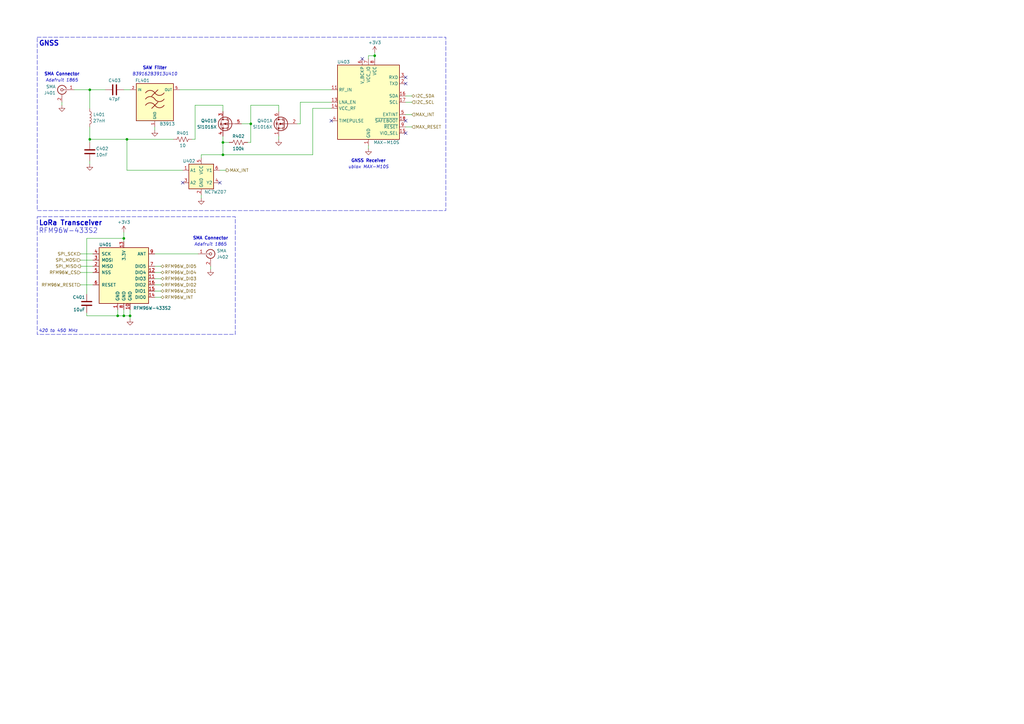
<source format=kicad_sch>
(kicad_sch
	(version 20231120)
	(generator "eeschema")
	(generator_version "8.0")
	(uuid "25e87aab-0877-4568-a426-1d554c854643")
	(paper "A3")
	(title_block
		(title "MIDAS RF MK2.1")
		(date "2025-01-16")
		(rev "B")
		(company "Illinois Space Society")
		(comment 4 "Contributors: Thomas McManamen")
	)
	(lib_symbols
		(symbol "Buffer_Onsemi:NC7WZ07"
			(exclude_from_sim no)
			(in_bom yes)
			(on_board yes)
			(property "Reference" "U"
				(at -5.08 6.35 0)
				(effects
					(font
						(size 1.27 1.27)
					)
				)
			)
			(property "Value" "NC7WZ07"
				(at 6.35 -6.35 0)
				(effects
					(font
						(size 1.27 1.27)
					)
				)
			)
			(property "Footprint" "Package_TO_SOT_SMD:SOT-363_SC-70-6"
				(at 0 -15.24 0)
				(effects
					(font
						(size 1.27 1.27)
					)
					(hide yes)
				)
			)
			(property "Datasheet" "https://www.onsemi.com/pdf/datasheet/nc7wz07-d.pdf"
				(at 1.27 -12.7 0)
				(effects
					(font
						(size 1.27 1.27)
					)
					(hide yes)
				)
			)
			(property "Description" "TinyLogic, UHS Dual Buffer, Open-Drain Outputs, SC-70-6"
				(at 0 -17.78 0)
				(effects
					(font
						(size 1.27 1.27)
					)
					(hide yes)
				)
			)
			(property "ki_keywords" "NC7WZ07 TinyLogic UHS Dual Buffer Open Drain"
				(at 0 0 0)
				(effects
					(font
						(size 1.27 1.27)
					)
					(hide yes)
				)
			)
			(symbol "NC7WZ07_0_0"
				(pin input line
					(at -7.62 2.54 0)
					(length 2.54)
					(name "A1"
						(effects
							(font
								(size 1.27 1.27)
							)
						)
					)
					(number "1"
						(effects
							(font
								(size 1.27 1.27)
							)
						)
					)
				)
				(pin power_in line
					(at 0 -7.62 90)
					(length 2.54)
					(name "GND"
						(effects
							(font
								(size 1.27 1.27)
							)
						)
					)
					(number "2"
						(effects
							(font
								(size 1.27 1.27)
							)
						)
					)
				)
				(pin input line
					(at -7.62 -2.54 0)
					(length 2.54)
					(name "A2"
						(effects
							(font
								(size 1.27 1.27)
							)
						)
					)
					(number "3"
						(effects
							(font
								(size 1.27 1.27)
							)
						)
					)
				)
				(pin output line
					(at 7.62 -2.54 180)
					(length 2.54)
					(name "Y2"
						(effects
							(font
								(size 1.27 1.27)
							)
						)
					)
					(number "4"
						(effects
							(font
								(size 1.27 1.27)
							)
						)
					)
				)
				(pin power_in line
					(at 0 7.62 270)
					(length 2.54)
					(name "VCC"
						(effects
							(font
								(size 1.27 1.27)
							)
						)
					)
					(number "5"
						(effects
							(font
								(size 1.27 1.27)
							)
						)
					)
				)
				(pin output line
					(at 7.62 2.54 180)
					(length 2.54)
					(name "Y1"
						(effects
							(font
								(size 1.27 1.27)
							)
						)
					)
					(number "6"
						(effects
							(font
								(size 1.27 1.27)
							)
						)
					)
				)
			)
			(symbol "NC7WZ07_1_1"
				(rectangle
					(start -5.08 5.08)
					(end 5.08 -5.08)
					(stroke
						(width 0.254)
						(type default)
					)
					(fill
						(type background)
					)
				)
			)
		)
		(symbol "Connector:Conn_Coaxial"
			(pin_names
				(offset 1.016) hide)
			(exclude_from_sim no)
			(in_bom yes)
			(on_board yes)
			(property "Reference" "J"
				(at 0.254 3.048 0)
				(effects
					(font
						(size 1.27 1.27)
					)
				)
			)
			(property "Value" "Conn_Coaxial"
				(at 2.921 0 90)
				(effects
					(font
						(size 1.27 1.27)
					)
				)
			)
			(property "Footprint" ""
				(at 0 0 0)
				(effects
					(font
						(size 1.27 1.27)
					)
					(hide yes)
				)
			)
			(property "Datasheet" " ~"
				(at 0 0 0)
				(effects
					(font
						(size 1.27 1.27)
					)
					(hide yes)
				)
			)
			(property "Description" "coaxial connector (BNC, SMA, SMB, SMC, Cinch/RCA, LEMO, ...)"
				(at 0 0 0)
				(effects
					(font
						(size 1.27 1.27)
					)
					(hide yes)
				)
			)
			(property "ki_keywords" "BNC SMA SMB SMC LEMO coaxial connector CINCH RCA"
				(at 0 0 0)
				(effects
					(font
						(size 1.27 1.27)
					)
					(hide yes)
				)
			)
			(property "ki_fp_filters" "*BNC* *SMA* *SMB* *SMC* *Cinch* *LEMO*"
				(at 0 0 0)
				(effects
					(font
						(size 1.27 1.27)
					)
					(hide yes)
				)
			)
			(symbol "Conn_Coaxial_0_1"
				(arc
					(start -1.778 -0.508)
					(mid 0.2311 -1.8066)
					(end 1.778 0)
					(stroke
						(width 0.254)
						(type default)
					)
					(fill
						(type none)
					)
				)
				(polyline
					(pts
						(xy -2.54 0) (xy -0.508 0)
					)
					(stroke
						(width 0)
						(type default)
					)
					(fill
						(type none)
					)
				)
				(polyline
					(pts
						(xy 0 -2.54) (xy 0 -1.778)
					)
					(stroke
						(width 0)
						(type default)
					)
					(fill
						(type none)
					)
				)
				(circle
					(center 0 0)
					(radius 0.508)
					(stroke
						(width 0.2032)
						(type default)
					)
					(fill
						(type none)
					)
				)
				(arc
					(start 1.778 0)
					(mid 0.2099 1.8101)
					(end -1.778 0.508)
					(stroke
						(width 0.254)
						(type default)
					)
					(fill
						(type none)
					)
				)
			)
			(symbol "Conn_Coaxial_1_1"
				(pin passive line
					(at -5.08 0 0)
					(length 2.54)
					(name "In"
						(effects
							(font
								(size 1.27 1.27)
							)
						)
					)
					(number "1"
						(effects
							(font
								(size 1.27 1.27)
							)
						)
					)
				)
				(pin passive line
					(at 0 -5.08 90)
					(length 2.54)
					(name "Ext"
						(effects
							(font
								(size 1.27 1.27)
							)
						)
					)
					(number "2"
						(effects
							(font
								(size 1.27 1.27)
							)
						)
					)
				)
			)
		)
		(symbol "D24V50F5:C"
			(pin_numbers hide)
			(pin_names
				(offset 0.254)
			)
			(exclude_from_sim no)
			(in_bom yes)
			(on_board yes)
			(property "Reference" "C"
				(at 0.635 2.54 0)
				(effects
					(font
						(size 1.27 1.27)
					)
					(justify left)
				)
			)
			(property "Value" "C"
				(at 0.635 -2.54 0)
				(effects
					(font
						(size 1.27 1.27)
					)
					(justify left)
				)
			)
			(property "Footprint" ""
				(at 0.9652 -3.81 0)
				(effects
					(font
						(size 1.27 1.27)
					)
					(hide yes)
				)
			)
			(property "Datasheet" "~"
				(at 0 0 0)
				(effects
					(font
						(size 1.27 1.27)
					)
					(hide yes)
				)
			)
			(property "Description" "Unpolarized capacitor"
				(at 0 0 0)
				(effects
					(font
						(size 1.27 1.27)
					)
					(hide yes)
				)
			)
			(property "ki_keywords" "cap capacitor"
				(at 0 0 0)
				(effects
					(font
						(size 1.27 1.27)
					)
					(hide yes)
				)
			)
			(property "ki_fp_filters" "C_*"
				(at 0 0 0)
				(effects
					(font
						(size 1.27 1.27)
					)
					(hide yes)
				)
			)
			(symbol "C_0_1"
				(polyline
					(pts
						(xy -2.032 -0.762) (xy 2.032 -0.762)
					)
					(stroke
						(width 0.508)
						(type default)
					)
					(fill
						(type none)
					)
				)
				(polyline
					(pts
						(xy -2.032 0.762) (xy 2.032 0.762)
					)
					(stroke
						(width 0.508)
						(type default)
					)
					(fill
						(type none)
					)
				)
			)
			(symbol "C_1_1"
				(pin passive line
					(at 0 3.81 270)
					(length 2.794)
					(name "~"
						(effects
							(font
								(size 1.27 1.27)
							)
						)
					)
					(number "1"
						(effects
							(font
								(size 1.27 1.27)
							)
						)
					)
				)
				(pin passive line
					(at 0 -3.81 90)
					(length 2.794)
					(name "~"
						(effects
							(font
								(size 1.27 1.27)
							)
						)
					)
					(number "2"
						(effects
							(font
								(size 1.27 1.27)
							)
						)
					)
				)
			)
		)
		(symbol "Device:C"
			(pin_numbers hide)
			(pin_names
				(offset 0.254)
			)
			(exclude_from_sim no)
			(in_bom yes)
			(on_board yes)
			(property "Reference" "C"
				(at 0.635 2.54 0)
				(effects
					(font
						(size 1.27 1.27)
					)
					(justify left)
				)
			)
			(property "Value" "C"
				(at 0.635 -2.54 0)
				(effects
					(font
						(size 1.27 1.27)
					)
					(justify left)
				)
			)
			(property "Footprint" ""
				(at 0.9652 -3.81 0)
				(effects
					(font
						(size 1.27 1.27)
					)
					(hide yes)
				)
			)
			(property "Datasheet" "~"
				(at 0 0 0)
				(effects
					(font
						(size 1.27 1.27)
					)
					(hide yes)
				)
			)
			(property "Description" "Unpolarized capacitor"
				(at 0 0 0)
				(effects
					(font
						(size 1.27 1.27)
					)
					(hide yes)
				)
			)
			(property "ki_keywords" "cap capacitor"
				(at 0 0 0)
				(effects
					(font
						(size 1.27 1.27)
					)
					(hide yes)
				)
			)
			(property "ki_fp_filters" "C_*"
				(at 0 0 0)
				(effects
					(font
						(size 1.27 1.27)
					)
					(hide yes)
				)
			)
			(symbol "C_0_1"
				(polyline
					(pts
						(xy -2.032 -0.762) (xy 2.032 -0.762)
					)
					(stroke
						(width 0.508)
						(type default)
					)
					(fill
						(type none)
					)
				)
				(polyline
					(pts
						(xy -2.032 0.762) (xy 2.032 0.762)
					)
					(stroke
						(width 0.508)
						(type default)
					)
					(fill
						(type none)
					)
				)
			)
			(symbol "C_1_1"
				(pin passive line
					(at 0 3.81 270)
					(length 2.794)
					(name "~"
						(effects
							(font
								(size 1.27 1.27)
							)
						)
					)
					(number "1"
						(effects
							(font
								(size 1.27 1.27)
							)
						)
					)
				)
				(pin passive line
					(at 0 -3.81 90)
					(length 2.794)
					(name "~"
						(effects
							(font
								(size 1.27 1.27)
							)
						)
					)
					(number "2"
						(effects
							(font
								(size 1.27 1.27)
							)
						)
					)
				)
			)
		)
		(symbol "Device:L"
			(pin_numbers hide)
			(pin_names
				(offset 1.016) hide)
			(exclude_from_sim no)
			(in_bom yes)
			(on_board yes)
			(property "Reference" "L"
				(at -1.27 0 90)
				(effects
					(font
						(size 1.27 1.27)
					)
				)
			)
			(property "Value" "L"
				(at 1.905 0 90)
				(effects
					(font
						(size 1.27 1.27)
					)
				)
			)
			(property "Footprint" ""
				(at 0 0 0)
				(effects
					(font
						(size 1.27 1.27)
					)
					(hide yes)
				)
			)
			(property "Datasheet" "~"
				(at 0 0 0)
				(effects
					(font
						(size 1.27 1.27)
					)
					(hide yes)
				)
			)
			(property "Description" "Inductor"
				(at 0 0 0)
				(effects
					(font
						(size 1.27 1.27)
					)
					(hide yes)
				)
			)
			(property "ki_keywords" "inductor choke coil reactor magnetic"
				(at 0 0 0)
				(effects
					(font
						(size 1.27 1.27)
					)
					(hide yes)
				)
			)
			(property "ki_fp_filters" "Choke_* *Coil* Inductor_* L_*"
				(at 0 0 0)
				(effects
					(font
						(size 1.27 1.27)
					)
					(hide yes)
				)
			)
			(symbol "L_0_1"
				(arc
					(start 0 -2.54)
					(mid 0.6323 -1.905)
					(end 0 -1.27)
					(stroke
						(width 0)
						(type default)
					)
					(fill
						(type none)
					)
				)
				(arc
					(start 0 -1.27)
					(mid 0.6323 -0.635)
					(end 0 0)
					(stroke
						(width 0)
						(type default)
					)
					(fill
						(type none)
					)
				)
				(arc
					(start 0 0)
					(mid 0.6323 0.635)
					(end 0 1.27)
					(stroke
						(width 0)
						(type default)
					)
					(fill
						(type none)
					)
				)
				(arc
					(start 0 1.27)
					(mid 0.6323 1.905)
					(end 0 2.54)
					(stroke
						(width 0)
						(type default)
					)
					(fill
						(type none)
					)
				)
			)
			(symbol "L_1_1"
				(pin passive line
					(at 0 3.81 270)
					(length 1.27)
					(name "1"
						(effects
							(font
								(size 1.27 1.27)
							)
						)
					)
					(number "1"
						(effects
							(font
								(size 1.27 1.27)
							)
						)
					)
				)
				(pin passive line
					(at 0 -3.81 90)
					(length 1.27)
					(name "2"
						(effects
							(font
								(size 1.27 1.27)
							)
						)
					)
					(number "2"
						(effects
							(font
								(size 1.27 1.27)
							)
						)
					)
				)
			)
		)
		(symbol "Device:R_US"
			(pin_numbers hide)
			(pin_names
				(offset 0)
			)
			(exclude_from_sim no)
			(in_bom yes)
			(on_board yes)
			(property "Reference" "R"
				(at 2.54 0 90)
				(effects
					(font
						(size 1.27 1.27)
					)
				)
			)
			(property "Value" "R_US"
				(at -2.54 0 90)
				(effects
					(font
						(size 1.27 1.27)
					)
				)
			)
			(property "Footprint" ""
				(at 1.016 -0.254 90)
				(effects
					(font
						(size 1.27 1.27)
					)
					(hide yes)
				)
			)
			(property "Datasheet" "~"
				(at 0 0 0)
				(effects
					(font
						(size 1.27 1.27)
					)
					(hide yes)
				)
			)
			(property "Description" "Resistor, US symbol"
				(at 0 0 0)
				(effects
					(font
						(size 1.27 1.27)
					)
					(hide yes)
				)
			)
			(property "ki_keywords" "R res resistor"
				(at 0 0 0)
				(effects
					(font
						(size 1.27 1.27)
					)
					(hide yes)
				)
			)
			(property "ki_fp_filters" "R_*"
				(at 0 0 0)
				(effects
					(font
						(size 1.27 1.27)
					)
					(hide yes)
				)
			)
			(symbol "R_US_0_1"
				(polyline
					(pts
						(xy 0 -2.286) (xy 0 -2.54)
					)
					(stroke
						(width 0)
						(type default)
					)
					(fill
						(type none)
					)
				)
				(polyline
					(pts
						(xy 0 2.286) (xy 0 2.54)
					)
					(stroke
						(width 0)
						(type default)
					)
					(fill
						(type none)
					)
				)
				(polyline
					(pts
						(xy 0 -0.762) (xy 1.016 -1.143) (xy 0 -1.524) (xy -1.016 -1.905) (xy 0 -2.286)
					)
					(stroke
						(width 0)
						(type default)
					)
					(fill
						(type none)
					)
				)
				(polyline
					(pts
						(xy 0 0.762) (xy 1.016 0.381) (xy 0 0) (xy -1.016 -0.381) (xy 0 -0.762)
					)
					(stroke
						(width 0)
						(type default)
					)
					(fill
						(type none)
					)
				)
				(polyline
					(pts
						(xy 0 2.286) (xy 1.016 1.905) (xy 0 1.524) (xy -1.016 1.143) (xy 0 0.762)
					)
					(stroke
						(width 0)
						(type default)
					)
					(fill
						(type none)
					)
				)
			)
			(symbol "R_US_1_1"
				(pin passive line
					(at 0 3.81 270)
					(length 1.27)
					(name "~"
						(effects
							(font
								(size 1.27 1.27)
							)
						)
					)
					(number "1"
						(effects
							(font
								(size 1.27 1.27)
							)
						)
					)
				)
				(pin passive line
					(at 0 -3.81 90)
					(length 1.27)
					(name "~"
						(effects
							(font
								(size 1.27 1.27)
							)
						)
					)
					(number "2"
						(effects
							(font
								(size 1.27 1.27)
							)
						)
					)
				)
			)
		)
		(symbol "RF_Filter_Qualcomm:B3913"
			(exclude_from_sim no)
			(in_bom yes)
			(on_board yes)
			(property "Reference" "FL"
				(at -6.35 8.89 0)
				(effects
					(font
						(size 1.27 1.27)
					)
				)
			)
			(property "Value" "B3913"
				(at 7.62 8.89 0)
				(effects
					(font
						(size 1.27 1.27)
					)
					(justify right)
				)
			)
			(property "Footprint" "RF_Filter_Qualcomm:Qualcomm_SMD-6"
				(at 0 -21.59 0)
				(effects
					(font
						(size 1.27 1.27)
					)
					(hide yes)
				)
			)
			(property "Datasheet" "https://mm.digikey.com/Volume0/opasdata/d220001/medias/docus/4271/B39162B3913U410_DS.pdf"
				(at 0 -24.13 0)
				(effects
					(font
						(size 1.27 1.27)
					)
					(hide yes)
				)
			)
			(property "Description" "SAW RF filter GPS/GLONASS/Galileo Center 1588MHz Qualcomm"
				(at 0 0 0)
				(effects
					(font
						(size 1.27 1.27)
					)
					(hide yes)
				)
			)
			(property "ki_keywords" "SAW RF filter GPS/GLONASS/Galileo Center 1588MHz Qualcomm"
				(at 0 0 0)
				(effects
					(font
						(size 1.27 1.27)
					)
					(hide yes)
				)
			)
			(symbol "B3913_0_0"
				(rectangle
					(start -7.62 7.62)
					(end 7.62 -7.62)
					(stroke
						(width 0.254)
						(type default)
					)
					(fill
						(type background)
					)
				)
				(pin input line
					(at -10.16 5.08 0)
					(length 2.54)
					(name "IN"
						(effects
							(font
								(size 1.016 1.016)
							)
						)
					)
					(number "2"
						(effects
							(font
								(size 1.016 1.016)
							)
						)
					)
				)
				(pin output line
					(at 10.16 5.08 180)
					(length 2.54)
					(name "OUT"
						(effects
							(font
								(size 1.016 1.016)
							)
						)
					)
					(number "5"
						(effects
							(font
								(size 1.016 1.016)
							)
						)
					)
				)
			)
			(symbol "B3913_0_1"
				(arc
					(start 0 -1.2699)
					(mid -1.905 -0.2504)
					(end -3.81 -1.2699)
					(stroke
						(width 0.254)
						(type default)
					)
					(fill
						(type none)
					)
				)
				(arc
					(start 0 -1.2699)
					(mid 1.905 -2.2894)
					(end 3.81 -1.2699)
					(stroke
						(width 0.254)
						(type default)
					)
					(fill
						(type none)
					)
				)
				(polyline
					(pts
						(xy -1.27 -2.5399) (xy 1.27 0.0001)
					)
					(stroke
						(width 0.254)
						(type default)
					)
					(fill
						(type none)
					)
				)
				(polyline
					(pts
						(xy -1.27 2.5401) (xy 1.27 5.0801)
					)
					(stroke
						(width 0.254)
						(type default)
					)
					(fill
						(type none)
					)
				)
				(arc
					(start 0 1.2701)
					(mid -1.905 2.2896)
					(end -3.81 1.2701)
					(stroke
						(width 0.254)
						(type default)
					)
					(fill
						(type none)
					)
				)
				(arc
					(start 0 1.2701)
					(mid 1.905 0.2506)
					(end 3.81 1.2701)
					(stroke
						(width 0.254)
						(type default)
					)
					(fill
						(type none)
					)
				)
				(arc
					(start 0 3.8101)
					(mid -1.905 4.8296)
					(end -3.81 3.8101)
					(stroke
						(width 0.254)
						(type default)
					)
					(fill
						(type none)
					)
				)
				(arc
					(start 0 3.8101)
					(mid 1.905 2.7906)
					(end 3.81 3.8101)
					(stroke
						(width 0.254)
						(type default)
					)
					(fill
						(type none)
					)
				)
			)
			(symbol "B3913_1_0"
				(pin power_in line
					(at 0 -10.16 90)
					(length 2.54)
					(name "GND"
						(effects
							(font
								(size 1.016 1.016)
							)
						)
					)
					(number "1"
						(effects
							(font
								(size 1.016 1.016)
							)
						)
					)
				)
				(pin power_in line
					(at 0 -10.16 90)
					(length 2.54) hide
					(name "GND"
						(effects
							(font
								(size 1.016 1.016)
							)
						)
					)
					(number "3"
						(effects
							(font
								(size 1.016 1.016)
							)
						)
					)
				)
				(pin power_in line
					(at 0 -10.16 90)
					(length 2.54) hide
					(name "GND"
						(effects
							(font
								(size 1.016 1.016)
							)
						)
					)
					(number "4"
						(effects
							(font
								(size 1.016 1.016)
							)
						)
					)
				)
				(pin power_in line
					(at 0 -10.16 90)
					(length 2.54) hide
					(name "GND"
						(effects
							(font
								(size 1.016 1.016)
							)
						)
					)
					(number "6"
						(effects
							(font
								(size 1.016 1.016)
							)
						)
					)
				)
			)
		)
		(symbol "RF_GPS:MAX-M10S"
			(exclude_from_sim no)
			(in_bom yes)
			(on_board yes)
			(property "Reference" "U404"
				(at 7.62 16.51 0)
				(effects
					(font
						(size 1.27 1.27)
					)
					(justify left)
				)
			)
			(property "Value" "MAX-M10S"
				(at -12.7 -16.51 0)
				(effects
					(font
						(size 1.27 1.27)
					)
					(justify left)
				)
			)
			(property "Footprint" "RF_GPS:ublox_MAX"
				(at 10.16 -16.51 0)
				(effects
					(font
						(size 1.27 1.27)
					)
					(hide yes)
				)
			)
			(property "Datasheet" "https://content.u-blox.com/sites/default/files/MAX-M10S_DataSheet_UBX-20035208.pdf"
				(at 0 0 0)
				(effects
					(font
						(size 1.27 1.27)
					)
					(hide yes)
				)
			)
			(property "Description" "GNSS Module MAX M10, VCC 1.65V to 3.6V"
				(at 0 0 0)
				(effects
					(font
						(size 1.27 1.27)
					)
					(hide yes)
				)
			)
			(property "ki_keywords" "ublox GPS GNSS module"
				(at 0 0 0)
				(effects
					(font
						(size 1.27 1.27)
					)
					(hide yes)
				)
			)
			(property "ki_fp_filters" "ublox?MAX*"
				(at 0 0 0)
				(effects
					(font
						(size 1.27 1.27)
					)
					(hide yes)
				)
			)
			(symbol "MAX-M10S_0_1"
				(rectangle
					(start 12.7 15.24)
					(end -12.7 -15.24)
					(stroke
						(width 0.254)
						(type default)
					)
					(fill
						(type background)
					)
				)
			)
			(symbol "MAX-M10S_1_1"
				(pin power_in line
					(at 0 -17.78 90)
					(length 2.54)
					(name "GND"
						(effects
							(font
								(size 1.27 1.27)
							)
						)
					)
					(number "1"
						(effects
							(font
								(size 1.27 1.27)
							)
						)
					)
				)
				(pin passive line
					(at 0 -17.78 90)
					(length 2.54) hide
					(name "GND"
						(effects
							(font
								(size 1.27 1.27)
							)
						)
					)
					(number "10"
						(effects
							(font
								(size 1.27 1.27)
							)
						)
					)
				)
				(pin input line
					(at 15.24 5.08 180)
					(length 2.54)
					(name "RF_IN"
						(effects
							(font
								(size 1.27 1.27)
							)
						)
					)
					(number "11"
						(effects
							(font
								(size 1.27 1.27)
							)
						)
					)
				)
				(pin passive line
					(at 0 -17.78 90)
					(length 2.54) hide
					(name "GND"
						(effects
							(font
								(size 1.27 1.27)
							)
						)
					)
					(number "12"
						(effects
							(font
								(size 1.27 1.27)
							)
						)
					)
				)
				(pin output line
					(at 15.24 0 180)
					(length 2.54)
					(name "LNA_EN"
						(effects
							(font
								(size 1.27 1.27)
							)
						)
					)
					(number "13"
						(effects
							(font
								(size 1.27 1.27)
							)
						)
					)
				)
				(pin power_out line
					(at 15.24 -2.54 180)
					(length 2.54)
					(name "VCC_RF"
						(effects
							(font
								(size 1.27 1.27)
							)
						)
					)
					(number "14"
						(effects
							(font
								(size 1.27 1.27)
							)
						)
					)
				)
				(pin input line
					(at -15.24 -12.7 0)
					(length 2.54)
					(name "VIO_SEL"
						(effects
							(font
								(size 1.27 1.27)
							)
						)
					)
					(number "15"
						(effects
							(font
								(size 1.27 1.27)
							)
						)
					)
				)
				(pin bidirectional line
					(at -15.24 2.54 0)
					(length 2.54)
					(name "SDA"
						(effects
							(font
								(size 1.27 1.27)
							)
						)
					)
					(number "16"
						(effects
							(font
								(size 1.27 1.27)
							)
						)
					)
				)
				(pin input line
					(at -15.24 0 0)
					(length 2.54)
					(name "SCL"
						(effects
							(font
								(size 1.27 1.27)
							)
						)
					)
					(number "17"
						(effects
							(font
								(size 1.27 1.27)
							)
						)
					)
				)
				(pin input line
					(at -15.24 -7.62 0)
					(length 2.54)
					(name "~{SAFEBOOT}"
						(effects
							(font
								(size 1.27 1.27)
							)
						)
					)
					(number "18"
						(effects
							(font
								(size 1.27 1.27)
							)
						)
					)
				)
				(pin output line
					(at -15.24 7.62 0)
					(length 2.54)
					(name "TXD"
						(effects
							(font
								(size 1.27 1.27)
							)
						)
					)
					(number "2"
						(effects
							(font
								(size 1.27 1.27)
							)
						)
					)
				)
				(pin input line
					(at -15.24 10.16 0)
					(length 2.54)
					(name "RXD"
						(effects
							(font
								(size 1.27 1.27)
							)
						)
					)
					(number "3"
						(effects
							(font
								(size 1.27 1.27)
							)
						)
					)
				)
				(pin output line
					(at 15.24 -7.62 180)
					(length 2.54)
					(name "TIMEPULSE"
						(effects
							(font
								(size 1.27 1.27)
							)
						)
					)
					(number "4"
						(effects
							(font
								(size 1.27 1.27)
							)
						)
					)
				)
				(pin input line
					(at -15.24 -5.08 0)
					(length 2.54)
					(name "EXTINT"
						(effects
							(font
								(size 1.27 1.27)
							)
						)
					)
					(number "5"
						(effects
							(font
								(size 1.27 1.27)
							)
						)
					)
				)
				(pin power_in line
					(at 2.54 17.78 270)
					(length 2.54)
					(name "V_BCKP"
						(effects
							(font
								(size 1.27 1.27)
							)
						)
					)
					(number "6"
						(effects
							(font
								(size 1.27 1.27)
							)
						)
					)
				)
				(pin power_in line
					(at 0 17.78 270)
					(length 2.54)
					(name "VCC_IO"
						(effects
							(font
								(size 1.27 1.27)
							)
						)
					)
					(number "7"
						(effects
							(font
								(size 1.27 1.27)
							)
						)
					)
				)
				(pin power_in line
					(at -2.54 17.78 270)
					(length 2.54)
					(name "VCC"
						(effects
							(font
								(size 1.27 1.27)
							)
						)
					)
					(number "8"
						(effects
							(font
								(size 1.27 1.27)
							)
						)
					)
				)
				(pin input line
					(at -15.24 -10.16 0)
					(length 2.54)
					(name "~{RESET}"
						(effects
							(font
								(size 1.27 1.27)
							)
						)
					)
					(number "9"
						(effects
							(font
								(size 1.27 1.27)
							)
						)
					)
				)
			)
		)
		(symbol "RF_Module:RFM96W-433S2"
			(pin_names
				(offset 1.016)
			)
			(exclude_from_sim no)
			(in_bom yes)
			(on_board yes)
			(property "Reference" "U"
				(at -10.414 11.684 0)
				(effects
					(font
						(size 1.27 1.27)
					)
					(justify left)
				)
			)
			(property "Value" "RFM96W-433S2"
				(at 1.524 11.43 0)
				(effects
					(font
						(size 1.27 1.27)
					)
					(justify left)
				)
			)
			(property "Footprint" ""
				(at -83.82 41.91 0)
				(effects
					(font
						(size 1.27 1.27)
					)
					(hide yes)
				)
			)
			(property "Datasheet" "https://www.hoperf.com/data/upload/portal/20181127/5bfcc0ac60235.pdf"
				(at -83.82 41.91 0)
				(effects
					(font
						(size 1.27 1.27)
					)
					(hide yes)
				)
			)
			(property "Description" "Low power long range transceiver module, SPI and parallel interface, 433 MHz, spreading factor 6 to12, bandwidth 7.8 to 500kHz, -111 to -148 dBm, SMD-16, DIP-16"
				(at 0 0 0)
				(effects
					(font
						(size 1.27 1.27)
					)
					(hide yes)
				)
			)
			(property "ki_keywords" "Low power long range transceiver module"
				(at 0 0 0)
				(effects
					(font
						(size 1.27 1.27)
					)
					(hide yes)
				)
			)
			(property "ki_fp_filters" "HOPERF*RFM9XW*"
				(at 0 0 0)
				(effects
					(font
						(size 1.27 1.27)
					)
					(hide yes)
				)
			)
			(symbol "RFM96W-433S2_0_1"
				(rectangle
					(start -10.16 10.16)
					(end 10.16 -12.7)
					(stroke
						(width 0.254)
						(type default)
					)
					(fill
						(type background)
					)
				)
			)
			(symbol "RFM96W-433S2_1_1"
				(pin power_in line
					(at -2.54 -15.24 90)
					(length 2.54)
					(name "GND"
						(effects
							(font
								(size 1.27 1.27)
							)
						)
					)
					(number "1"
						(effects
							(font
								(size 1.27 1.27)
							)
						)
					)
				)
				(pin power_in line
					(at 2.54 -15.24 90)
					(length 2.54)
					(name "GND"
						(effects
							(font
								(size 1.27 1.27)
							)
						)
					)
					(number "10"
						(effects
							(font
								(size 1.27 1.27)
							)
						)
					)
				)
				(pin bidirectional line
					(at 12.7 -2.54 180)
					(length 2.54)
					(name "DIO3"
						(effects
							(font
								(size 1.27 1.27)
							)
						)
					)
					(number "11"
						(effects
							(font
								(size 1.27 1.27)
							)
						)
					)
				)
				(pin bidirectional line
					(at 12.7 0 180)
					(length 2.54)
					(name "DIO4"
						(effects
							(font
								(size 1.27 1.27)
							)
						)
					)
					(number "12"
						(effects
							(font
								(size 1.27 1.27)
							)
						)
					)
				)
				(pin power_in line
					(at 0 12.7 270)
					(length 2.54)
					(name "3.3V"
						(effects
							(font
								(size 1.27 1.27)
							)
						)
					)
					(number "13"
						(effects
							(font
								(size 1.27 1.27)
							)
						)
					)
				)
				(pin bidirectional line
					(at 12.7 -10.16 180)
					(length 2.54)
					(name "DIO0"
						(effects
							(font
								(size 1.27 1.27)
							)
						)
					)
					(number "14"
						(effects
							(font
								(size 1.27 1.27)
							)
						)
					)
				)
				(pin bidirectional line
					(at 12.7 -7.62 180)
					(length 2.54)
					(name "DIO1"
						(effects
							(font
								(size 1.27 1.27)
							)
						)
					)
					(number "15"
						(effects
							(font
								(size 1.27 1.27)
							)
						)
					)
				)
				(pin bidirectional line
					(at 12.7 -5.08 180)
					(length 2.54)
					(name "DIO2"
						(effects
							(font
								(size 1.27 1.27)
							)
						)
					)
					(number "16"
						(effects
							(font
								(size 1.27 1.27)
							)
						)
					)
				)
				(pin output line
					(at -12.7 2.54 0)
					(length 2.54)
					(name "MISO"
						(effects
							(font
								(size 1.27 1.27)
							)
						)
					)
					(number "2"
						(effects
							(font
								(size 1.27 1.27)
							)
						)
					)
				)
				(pin input line
					(at -12.7 5.08 0)
					(length 2.54)
					(name "MOSI"
						(effects
							(font
								(size 1.27 1.27)
							)
						)
					)
					(number "3"
						(effects
							(font
								(size 1.27 1.27)
							)
						)
					)
				)
				(pin input line
					(at -12.7 7.62 0)
					(length 2.54)
					(name "SCK"
						(effects
							(font
								(size 1.27 1.27)
							)
						)
					)
					(number "4"
						(effects
							(font
								(size 1.27 1.27)
							)
						)
					)
				)
				(pin input line
					(at -12.7 0 0)
					(length 2.54)
					(name "NSS"
						(effects
							(font
								(size 1.27 1.27)
							)
						)
					)
					(number "5"
						(effects
							(font
								(size 1.27 1.27)
							)
						)
					)
				)
				(pin bidirectional line
					(at -12.7 -5.08 0)
					(length 2.54)
					(name "RESET"
						(effects
							(font
								(size 1.27 1.27)
							)
						)
					)
					(number "6"
						(effects
							(font
								(size 1.27 1.27)
							)
						)
					)
				)
				(pin bidirectional line
					(at 12.7 2.54 180)
					(length 2.54)
					(name "DIO5"
						(effects
							(font
								(size 1.27 1.27)
							)
						)
					)
					(number "7"
						(effects
							(font
								(size 1.27 1.27)
							)
						)
					)
				)
				(pin power_in line
					(at 0 -15.24 90)
					(length 2.54)
					(name "GND"
						(effects
							(font
								(size 1.27 1.27)
							)
						)
					)
					(number "8"
						(effects
							(font
								(size 1.27 1.27)
							)
						)
					)
				)
				(pin bidirectional line
					(at 12.7 7.62 180)
					(length 2.54)
					(name "ANT"
						(effects
							(font
								(size 1.27 1.27)
							)
						)
					)
					(number "9"
						(effects
							(font
								(size 1.27 1.27)
							)
						)
					)
				)
			)
		)
		(symbol "Transistor_FET_Vishay:Si1016X"
			(pin_names hide)
			(exclude_from_sim no)
			(in_bom yes)
			(on_board yes)
			(property "Reference" "Q"
				(at 5.08 1.905 0)
				(effects
					(font
						(size 1.27 1.27)
					)
					(justify left)
				)
			)
			(property "Value" "Si1016X"
				(at 5.08 0 0)
				(effects
					(font
						(size 1.27 1.27)
					)
					(justify left)
				)
			)
			(property "Footprint" "Package_TO_SOT_SMD:SOT-563"
				(at 0 -20.32 0)
				(effects
					(font
						(size 1.27 1.27)
						(italic yes)
					)
					(hide yes)
				)
			)
			(property "Datasheet" "https://www.vishay.com/docs/71168/si1016x.pdf"
				(at 0 -22.86 0)
				(effects
					(font
						(size 1.27 1.27)
					)
					(hide yes)
				)
			)
			(property "Description" "Mosfet Array, N-Channel, P-Channel, 20V, 485mA, SC-89 (SOT-563F)"
				(at 0 -17.78 0)
				(effects
					(font
						(size 1.27 1.27)
					)
					(hide yes)
				)
			)
			(property "ki_keywords" "Si1016X Complementary N-Channel P-Channel 20 V MOSFET"
				(at 0 0 0)
				(effects
					(font
						(size 1.27 1.27)
					)
					(hide yes)
				)
			)
			(property "ki_fp_filters" "SOIC*3.9x4.9mm*P1.27mm*"
				(at 0 0 0)
				(effects
					(font
						(size 1.27 1.27)
					)
					(hide yes)
				)
			)
			(symbol "Si1016X_0_1"
				(polyline
					(pts
						(xy 0.254 0) (xy -2.54 0)
					)
					(stroke
						(width 0)
						(type default)
					)
					(fill
						(type none)
					)
				)
				(polyline
					(pts
						(xy 0.254 1.905) (xy 0.254 -1.905)
					)
					(stroke
						(width 0.254)
						(type default)
					)
					(fill
						(type none)
					)
				)
				(polyline
					(pts
						(xy 0.762 -1.27) (xy 0.762 -2.286)
					)
					(stroke
						(width 0.254)
						(type default)
					)
					(fill
						(type none)
					)
				)
				(polyline
					(pts
						(xy 0.762 0.508) (xy 0.762 -0.508)
					)
					(stroke
						(width 0.254)
						(type default)
					)
					(fill
						(type none)
					)
				)
				(polyline
					(pts
						(xy 0.762 2.286) (xy 0.762 1.27)
					)
					(stroke
						(width 0.254)
						(type default)
					)
					(fill
						(type none)
					)
				)
				(polyline
					(pts
						(xy 2.54 2.54) (xy 2.54 1.778)
					)
					(stroke
						(width 0)
						(type default)
					)
					(fill
						(type none)
					)
				)
				(polyline
					(pts
						(xy 2.54 -2.54) (xy 2.54 0) (xy 0.762 0)
					)
					(stroke
						(width 0)
						(type default)
					)
					(fill
						(type none)
					)
				)
				(polyline
					(pts
						(xy 0.762 -1.778) (xy 3.302 -1.778) (xy 3.302 1.778) (xy 0.762 1.778)
					)
					(stroke
						(width 0)
						(type default)
					)
					(fill
						(type none)
					)
				)
				(circle
					(center 1.651 0)
					(radius 2.794)
					(stroke
						(width 0.254)
						(type default)
					)
					(fill
						(type none)
					)
				)
				(circle
					(center 2.54 -1.778)
					(radius 0.254)
					(stroke
						(width 0)
						(type default)
					)
					(fill
						(type outline)
					)
				)
				(circle
					(center 2.54 1.778)
					(radius 0.254)
					(stroke
						(width 0)
						(type default)
					)
					(fill
						(type outline)
					)
				)
			)
			(symbol "Si1016X_1_1"
				(polyline
					(pts
						(xy 1.016 0) (xy 2.032 0.381) (xy 2.032 -0.381) (xy 1.016 0)
					)
					(stroke
						(width 0)
						(type default)
					)
					(fill
						(type outline)
					)
				)
				(polyline
					(pts
						(xy 2.794 0.508) (xy 2.921 0.381) (xy 3.683 0.381) (xy 3.81 0.254)
					)
					(stroke
						(width 0)
						(type default)
					)
					(fill
						(type none)
					)
				)
				(polyline
					(pts
						(xy 3.302 0.381) (xy 2.921 -0.254) (xy 3.683 -0.254) (xy 3.302 0.381)
					)
					(stroke
						(width 0)
						(type default)
					)
					(fill
						(type none)
					)
				)
				(pin passive line
					(at 2.54 -5.08 90)
					(length 2.54)
					(name "S1"
						(effects
							(font
								(size 1.27 1.27)
							)
						)
					)
					(number "1"
						(effects
							(font
								(size 1.27 1.27)
							)
						)
					)
				)
				(pin input line
					(at -5.08 0 0)
					(length 2.54)
					(name "G2"
						(effects
							(font
								(size 1.27 1.27)
							)
						)
					)
					(number "2"
						(effects
							(font
								(size 1.27 1.27)
							)
						)
					)
				)
				(pin passive line
					(at 2.54 5.08 270)
					(length 2.54)
					(name "D1"
						(effects
							(font
								(size 1.27 1.27)
							)
						)
					)
					(number "6"
						(effects
							(font
								(size 1.27 1.27)
							)
						)
					)
				)
			)
			(symbol "Si1016X_2_1"
				(polyline
					(pts
						(xy 2.286 0) (xy 1.27 0.381) (xy 1.27 -0.381) (xy 2.286 0)
					)
					(stroke
						(width 0)
						(type default)
					)
					(fill
						(type outline)
					)
				)
				(polyline
					(pts
						(xy 2.794 -0.508) (xy 2.921 -0.381) (xy 3.683 -0.381) (xy 3.81 -0.254)
					)
					(stroke
						(width 0)
						(type default)
					)
					(fill
						(type none)
					)
				)
				(polyline
					(pts
						(xy 3.302 -0.381) (xy 2.921 0.254) (xy 3.683 0.254) (xy 3.302 -0.381)
					)
					(stroke
						(width 0)
						(type default)
					)
					(fill
						(type none)
					)
				)
				(pin passive line
					(at 2.54 5.08 270)
					(length 2.54)
					(name "D2"
						(effects
							(font
								(size 1.27 1.27)
							)
						)
					)
					(number "3"
						(effects
							(font
								(size 1.27 1.27)
							)
						)
					)
				)
				(pin passive line
					(at 2.54 -5.08 90)
					(length 2.54)
					(name "S2"
						(effects
							(font
								(size 1.27 1.27)
							)
						)
					)
					(number "4"
						(effects
							(font
								(size 1.27 1.27)
							)
						)
					)
				)
				(pin input line
					(at -5.08 0 0)
					(length 2.54)
					(name "G2"
						(effects
							(font
								(size 1.27 1.27)
							)
						)
					)
					(number "5"
						(effects
							(font
								(size 1.27 1.27)
							)
						)
					)
				)
			)
		)
		(symbol "power:+3V3"
			(power)
			(pin_names
				(offset 0)
			)
			(exclude_from_sim no)
			(in_bom yes)
			(on_board yes)
			(property "Reference" "#PWR"
				(at 0 -3.81 0)
				(effects
					(font
						(size 1.27 1.27)
					)
					(hide yes)
				)
			)
			(property "Value" "+3V3"
				(at 0 3.556 0)
				(effects
					(font
						(size 1.27 1.27)
					)
				)
			)
			(property "Footprint" ""
				(at 0 0 0)
				(effects
					(font
						(size 1.27 1.27)
					)
					(hide yes)
				)
			)
			(property "Datasheet" ""
				(at 0 0 0)
				(effects
					(font
						(size 1.27 1.27)
					)
					(hide yes)
				)
			)
			(property "Description" "Power symbol creates a global label with name \"+3V3\""
				(at 0 0 0)
				(effects
					(font
						(size 1.27 1.27)
					)
					(hide yes)
				)
			)
			(property "ki_keywords" "global power"
				(at 0 0 0)
				(effects
					(font
						(size 1.27 1.27)
					)
					(hide yes)
				)
			)
			(symbol "+3V3_0_1"
				(polyline
					(pts
						(xy -0.762 1.27) (xy 0 2.54)
					)
					(stroke
						(width 0)
						(type default)
					)
					(fill
						(type none)
					)
				)
				(polyline
					(pts
						(xy 0 0) (xy 0 2.54)
					)
					(stroke
						(width 0)
						(type default)
					)
					(fill
						(type none)
					)
				)
				(polyline
					(pts
						(xy 0 2.54) (xy 0.762 1.27)
					)
					(stroke
						(width 0)
						(type default)
					)
					(fill
						(type none)
					)
				)
			)
			(symbol "+3V3_1_1"
				(pin power_in line
					(at 0 0 90)
					(length 0) hide
					(name "+3V3"
						(effects
							(font
								(size 1.27 1.27)
							)
						)
					)
					(number "1"
						(effects
							(font
								(size 1.27 1.27)
							)
						)
					)
				)
			)
		)
		(symbol "power:GND"
			(power)
			(pin_names
				(offset 0)
			)
			(exclude_from_sim no)
			(in_bom yes)
			(on_board yes)
			(property "Reference" "#PWR"
				(at 0 -6.35 0)
				(effects
					(font
						(size 1.27 1.27)
					)
					(hide yes)
				)
			)
			(property "Value" "GND"
				(at 0 -3.81 0)
				(effects
					(font
						(size 1.27 1.27)
					)
				)
			)
			(property "Footprint" ""
				(at 0 0 0)
				(effects
					(font
						(size 1.27 1.27)
					)
					(hide yes)
				)
			)
			(property "Datasheet" ""
				(at 0 0 0)
				(effects
					(font
						(size 1.27 1.27)
					)
					(hide yes)
				)
			)
			(property "Description" "Power symbol creates a global label with name \"GND\" , ground"
				(at 0 0 0)
				(effects
					(font
						(size 1.27 1.27)
					)
					(hide yes)
				)
			)
			(property "ki_keywords" "global power"
				(at 0 0 0)
				(effects
					(font
						(size 1.27 1.27)
					)
					(hide yes)
				)
			)
			(symbol "GND_0_1"
				(polyline
					(pts
						(xy 0 0) (xy 0 -1.27) (xy 1.27 -1.27) (xy 0 -2.54) (xy -1.27 -1.27) (xy 0 -1.27)
					)
					(stroke
						(width 0)
						(type default)
					)
					(fill
						(type none)
					)
				)
			)
			(symbol "GND_1_1"
				(pin power_in line
					(at 0 0 270)
					(length 0) hide
					(name "GND"
						(effects
							(font
								(size 1.27 1.27)
							)
						)
					)
					(number "1"
						(effects
							(font
								(size 1.27 1.27)
							)
						)
					)
				)
			)
		)
	)
	(junction
		(at 91.44 58.42)
		(diameter 0)
		(color 0 0 0 0)
		(uuid "100d6aba-43eb-4e65-b879-4685c4420c08")
	)
	(junction
		(at 53.34 129.54)
		(diameter 0)
		(color 0 0 0 0)
		(uuid "2f8b6dd0-a70e-4fb2-a57f-f8d8efd3157a")
	)
	(junction
		(at 50.8 129.54)
		(diameter 0)
		(color 0 0 0 0)
		(uuid "4e3fde01-9c69-4315-b445-a5818ae5f5ba")
	)
	(junction
		(at 52.07 57.15)
		(diameter 0)
		(color 0 0 0 0)
		(uuid "758c54c7-d772-4f36-84b4-bced8c3fca4f")
	)
	(junction
		(at 91.44 63.5)
		(diameter 0)
		(color 0 0 0 0)
		(uuid "7616a41b-3251-4cf4-b963-56e5d2c7118c")
	)
	(junction
		(at 102.87 50.8)
		(diameter 0)
		(color 0 0 0 0)
		(uuid "84356a9f-d7ba-4305-90c3-37dc0764fc6c")
	)
	(junction
		(at 36.83 57.15)
		(diameter 0)
		(color 0 0 0 0)
		(uuid "98a1b21c-6423-4edb-9179-fd97f59276cd")
	)
	(junction
		(at 153.67 22.86)
		(diameter 0)
		(color 0 0 0 0)
		(uuid "a29efc4a-8e6f-4c51-aff9-fa52fbcb82c6")
	)
	(junction
		(at 48.26 129.54)
		(diameter 0)
		(color 0 0 0 0)
		(uuid "b683ff40-807a-4e47-b0d0-40511d666285")
	)
	(junction
		(at 50.8 97.79)
		(diameter 0)
		(color 0 0 0 0)
		(uuid "b8c96255-ebc3-423d-89de-1da074a9399b")
	)
	(junction
		(at 36.83 36.83)
		(diameter 0)
		(color 0 0 0 0)
		(uuid "ed7d1c3f-948c-4fb9-a28b-a6d1bd0caa94")
	)
	(no_connect
		(at 166.37 31.75)
		(uuid "159d5b63-e4f2-49b2-8bff-7f1c0cfccde8")
	)
	(no_connect
		(at 166.37 49.53)
		(uuid "7004c313-eaff-4a1e-8105-a82716a35027")
	)
	(no_connect
		(at 135.89 49.53)
		(uuid "9977f16e-96d8-4c38-a0e6-ae66b5ff1a3e")
	)
	(no_connect
		(at 90.17 74.93)
		(uuid "b4ce8bc5-d1c3-4cee-b90c-92f3e0f32135")
	)
	(no_connect
		(at 148.59 24.13)
		(uuid "e9c18982-c77c-48a2-9686-c5bff9404ece")
	)
	(no_connect
		(at 166.37 54.61)
		(uuid "f30bb9d5-0827-4139-8c25-2d75d25ec4f4")
	)
	(no_connect
		(at 74.93 74.93)
		(uuid "f94a4e4c-05e3-4157-98f2-c90694e5e0e3")
	)
	(no_connect
		(at 166.37 34.29)
		(uuid "fbaeaf32-02ba-4712-b3f3-f201d67218c0")
	)
	(wire
		(pts
			(xy 38.1 109.22) (xy 33.02 109.22)
		)
		(stroke
			(width 0)
			(type default)
		)
		(uuid "070cef27-acb5-4e47-8892-07e43c18cfee")
	)
	(wire
		(pts
			(xy 35.56 97.79) (xy 35.56 120.65)
		)
		(stroke
			(width 0)
			(type default)
		)
		(uuid "07c5c716-2aae-4e5b-8799-6112fc217034")
	)
	(wire
		(pts
			(xy 50.8 97.79) (xy 50.8 99.06)
		)
		(stroke
			(width 0)
			(type default)
		)
		(uuid "086335d0-19bc-4322-b3fd-c2e32a7481ed")
	)
	(wire
		(pts
			(xy 102.87 43.18) (xy 102.87 50.8)
		)
		(stroke
			(width 0)
			(type default)
		)
		(uuid "0e9d7d79-865a-4c2e-8305-edf04d2bb2ab")
	)
	(wire
		(pts
			(xy 123.19 50.8) (xy 121.92 50.8)
		)
		(stroke
			(width 0)
			(type default)
		)
		(uuid "0f80552c-ce54-41ab-8b42-42b7c33cf6a7")
	)
	(wire
		(pts
			(xy 38.1 104.14) (xy 33.02 104.14)
		)
		(stroke
			(width 0)
			(type default)
		)
		(uuid "17fe3a92-9c1f-48b8-a390-8ae91fb4993e")
	)
	(wire
		(pts
			(xy 168.91 41.91) (xy 166.37 41.91)
		)
		(stroke
			(width 0)
			(type default)
		)
		(uuid "1a5c2329-29ca-40fb-b830-8eb45513ec47")
	)
	(wire
		(pts
			(xy 166.37 52.07) (xy 168.91 52.07)
		)
		(stroke
			(width 0)
			(type default)
		)
		(uuid "1f6bfed0-7554-4520-b078-131974b2cb13")
	)
	(wire
		(pts
			(xy 52.07 69.85) (xy 74.93 69.85)
		)
		(stroke
			(width 0)
			(type default)
		)
		(uuid "22c8c0ed-095f-4e55-a876-3c95fc064fd1")
	)
	(wire
		(pts
			(xy 36.83 44.45) (xy 36.83 36.83)
		)
		(stroke
			(width 0)
			(type default)
		)
		(uuid "25fa7ebe-b6c0-42fd-8df8-f81f7fb3dd38")
	)
	(wire
		(pts
			(xy 63.5 121.92) (xy 66.04 121.92)
		)
		(stroke
			(width 0)
			(type default)
		)
		(uuid "29375fee-a6e3-40b6-ad08-c125b22bcd1b")
	)
	(wire
		(pts
			(xy 78.74 57.15) (xy 80.01 57.15)
		)
		(stroke
			(width 0)
			(type default)
		)
		(uuid "2ab7e3fa-4489-4b80-b4e0-d688385ef271")
	)
	(wire
		(pts
			(xy 128.27 44.45) (xy 128.27 63.5)
		)
		(stroke
			(width 0)
			(type default)
		)
		(uuid "2ba89d3b-7a18-43af-9bdc-3011b7f05fdc")
	)
	(wire
		(pts
			(xy 91.44 63.5) (xy 91.44 58.42)
		)
		(stroke
			(width 0)
			(type default)
		)
		(uuid "2c45c156-352f-4995-be38-6678039403e5")
	)
	(wire
		(pts
			(xy 50.8 36.83) (xy 53.34 36.83)
		)
		(stroke
			(width 0)
			(type default)
		)
		(uuid "306d872d-4034-4850-ba4a-d508ad971c5c")
	)
	(wire
		(pts
			(xy 80.01 43.18) (xy 80.01 57.15)
		)
		(stroke
			(width 0)
			(type default)
		)
		(uuid "360ab3a0-14ba-4e09-a531-8e1675c54017")
	)
	(wire
		(pts
			(xy 63.5 109.22) (xy 66.04 109.22)
		)
		(stroke
			(width 0)
			(type default)
		)
		(uuid "403f205c-9260-4110-b27c-ca4d1cafb05b")
	)
	(wire
		(pts
			(xy 33.02 106.68) (xy 38.1 106.68)
		)
		(stroke
			(width 0)
			(type default)
		)
		(uuid "42d537d4-4478-4947-a003-09b134e79668")
	)
	(wire
		(pts
			(xy 135.89 41.91) (xy 123.19 41.91)
		)
		(stroke
			(width 0)
			(type default)
		)
		(uuid "4627aad6-28a4-4b61-963f-d011f2c23035")
	)
	(wire
		(pts
			(xy 153.67 22.86) (xy 151.13 22.86)
		)
		(stroke
			(width 0)
			(type default)
		)
		(uuid "49410a72-eb4e-4961-9e54-d882a7efd792")
	)
	(wire
		(pts
			(xy 114.3 43.18) (xy 102.87 43.18)
		)
		(stroke
			(width 0)
			(type default)
		)
		(uuid "4b3931c9-5dde-4c1f-8a23-1b8591b83b96")
	)
	(wire
		(pts
			(xy 90.17 69.85) (xy 92.71 69.85)
		)
		(stroke
			(width 0)
			(type default)
		)
		(uuid "4b94a92f-3f8d-408e-835b-2c99b01ccafc")
	)
	(wire
		(pts
			(xy 33.02 116.84) (xy 38.1 116.84)
		)
		(stroke
			(width 0)
			(type default)
		)
		(uuid "4bc4e8fa-e1cc-42e6-baed-6ce5c280289d")
	)
	(wire
		(pts
			(xy 82.55 80.01) (xy 82.55 81.28)
		)
		(stroke
			(width 0)
			(type default)
		)
		(uuid "4c8ef784-297d-44bc-b75c-93683066ca8d")
	)
	(wire
		(pts
			(xy 151.13 22.86) (xy 151.13 24.13)
		)
		(stroke
			(width 0)
			(type default)
		)
		(uuid "50b440ad-3117-49a5-9549-99707dcf1534")
	)
	(wire
		(pts
			(xy 53.34 129.54) (xy 53.34 130.81)
		)
		(stroke
			(width 0)
			(type default)
		)
		(uuid "522bd39f-8f06-4256-83c6-b01bc6cf19d6")
	)
	(wire
		(pts
			(xy 128.27 63.5) (xy 91.44 63.5)
		)
		(stroke
			(width 0)
			(type default)
		)
		(uuid "59e69145-aa8f-4a12-83e1-cd627f53284f")
	)
	(wire
		(pts
			(xy 168.91 39.37) (xy 166.37 39.37)
		)
		(stroke
			(width 0)
			(type default)
		)
		(uuid "5ae28c5b-c3a2-43b2-9341-16144f924f8e")
	)
	(wire
		(pts
			(xy 151.13 59.69) (xy 151.13 60.96)
		)
		(stroke
			(width 0)
			(type default)
		)
		(uuid "5e03415d-c3e0-4490-94c7-6d92305752e0")
	)
	(wire
		(pts
			(xy 91.44 45.72) (xy 91.44 43.18)
		)
		(stroke
			(width 0)
			(type default)
		)
		(uuid "61484611-099e-4b25-9eb8-3cbbd3033269")
	)
	(wire
		(pts
			(xy 135.89 44.45) (xy 128.27 44.45)
		)
		(stroke
			(width 0)
			(type default)
		)
		(uuid "64237699-2b66-4608-9d92-db72dc4c90aa")
	)
	(wire
		(pts
			(xy 166.37 46.99) (xy 168.91 46.99)
		)
		(stroke
			(width 0)
			(type default)
		)
		(uuid "6649545f-201e-40e5-8386-995cb376f176")
	)
	(wire
		(pts
			(xy 53.34 129.54) (xy 50.8 129.54)
		)
		(stroke
			(width 0)
			(type default)
		)
		(uuid "6822bbd4-1ff7-4c6d-b1fd-f02c89a74012")
	)
	(wire
		(pts
			(xy 48.26 129.54) (xy 35.56 129.54)
		)
		(stroke
			(width 0)
			(type default)
		)
		(uuid "68e45a06-cc98-4125-bc12-9b5c7573cf68")
	)
	(wire
		(pts
			(xy 36.83 57.15) (xy 52.07 57.15)
		)
		(stroke
			(width 0)
			(type default)
		)
		(uuid "69effd60-f554-4fc5-8e03-5dab7248ad13")
	)
	(wire
		(pts
			(xy 102.87 50.8) (xy 102.87 58.42)
		)
		(stroke
			(width 0)
			(type default)
		)
		(uuid "71c94b4f-0be5-4345-b9c9-2c8715e238e1")
	)
	(wire
		(pts
			(xy 82.55 63.5) (xy 91.44 63.5)
		)
		(stroke
			(width 0)
			(type default)
		)
		(uuid "80e1d0c6-bd2b-47aa-9a9b-155aaad9c1cf")
	)
	(wire
		(pts
			(xy 25.4 41.91) (xy 25.4 43.18)
		)
		(stroke
			(width 0)
			(type default)
		)
		(uuid "81cfd2c7-fd2d-4d6a-98aa-77eed6f87f76")
	)
	(wire
		(pts
			(xy 63.5 111.76) (xy 66.04 111.76)
		)
		(stroke
			(width 0)
			(type default)
		)
		(uuid "865f5541-bb81-4f90-9a00-cb4c9f0c97ec")
	)
	(wire
		(pts
			(xy 50.8 95.25) (xy 50.8 97.79)
		)
		(stroke
			(width 0)
			(type default)
		)
		(uuid "87447f33-ed1f-433d-b429-0855bd0d1c2b")
	)
	(wire
		(pts
			(xy 63.5 52.07) (xy 63.5 53.34)
		)
		(stroke
			(width 0)
			(type default)
		)
		(uuid "90814864-a041-4363-8ad7-39d97d840ac3")
	)
	(wire
		(pts
			(xy 35.56 97.79) (xy 50.8 97.79)
		)
		(stroke
			(width 0)
			(type default)
		)
		(uuid "94c60377-63bd-48a8-8fad-aea9f720fd37")
	)
	(wire
		(pts
			(xy 63.5 119.38) (xy 66.04 119.38)
		)
		(stroke
			(width 0)
			(type default)
		)
		(uuid "96d2a06f-370f-4e4f-bf53-7868cdc1ea73")
	)
	(wire
		(pts
			(xy 73.66 36.83) (xy 135.89 36.83)
		)
		(stroke
			(width 0)
			(type default)
		)
		(uuid "96eb1d27-9b33-44f1-aabc-391f66a26a93")
	)
	(wire
		(pts
			(xy 36.83 66.04) (xy 36.83 67.31)
		)
		(stroke
			(width 0)
			(type default)
		)
		(uuid "96f0113e-7921-4db3-8704-59e257f4d55a")
	)
	(wire
		(pts
			(xy 52.07 57.15) (xy 52.07 69.85)
		)
		(stroke
			(width 0)
			(type default)
		)
		(uuid "973458d5-6715-4795-a6cf-7cde67763e9c")
	)
	(wire
		(pts
			(xy 99.06 50.8) (xy 102.87 50.8)
		)
		(stroke
			(width 0)
			(type default)
		)
		(uuid "980abb53-56ff-4b5c-9e0a-d69bad17b4e5")
	)
	(wire
		(pts
			(xy 35.56 128.27) (xy 35.56 129.54)
		)
		(stroke
			(width 0)
			(type default)
		)
		(uuid "9a824add-31d5-45df-8c04-dc285fcf7cbc")
	)
	(wire
		(pts
			(xy 63.5 114.3) (xy 66.04 114.3)
		)
		(stroke
			(width 0)
			(type default)
		)
		(uuid "9c2e4f16-d6fa-4a35-86d9-3abf8e187fa9")
	)
	(wire
		(pts
			(xy 153.67 21.59) (xy 153.67 22.86)
		)
		(stroke
			(width 0)
			(type default)
		)
		(uuid "9e091b7e-f0c9-4d37-a277-408e46d5039b")
	)
	(wire
		(pts
			(xy 52.07 57.15) (xy 71.12 57.15)
		)
		(stroke
			(width 0)
			(type default)
		)
		(uuid "9e6eb829-a56d-490c-af5b-4ab94d8942fa")
	)
	(wire
		(pts
			(xy 153.67 22.86) (xy 153.67 24.13)
		)
		(stroke
			(width 0)
			(type default)
		)
		(uuid "9f54497e-fa9f-41bb-a34a-5a9bcf0f9fec")
	)
	(wire
		(pts
			(xy 63.5 104.14) (xy 81.28 104.14)
		)
		(stroke
			(width 0)
			(type default)
		)
		(uuid "a874a1b4-524e-44d4-af24-bad073f87616")
	)
	(wire
		(pts
			(xy 91.44 58.42) (xy 93.98 58.42)
		)
		(stroke
			(width 0)
			(type default)
		)
		(uuid "a9d372fd-2b5d-41d5-bfce-3ad2b22183cd")
	)
	(wire
		(pts
			(xy 50.8 127) (xy 50.8 129.54)
		)
		(stroke
			(width 0)
			(type default)
		)
		(uuid "b03bca7c-a03a-4049-a350-f8361afe6487")
	)
	(wire
		(pts
			(xy 33.02 111.76) (xy 38.1 111.76)
		)
		(stroke
			(width 0)
			(type default)
		)
		(uuid "b19ab29f-0889-4c4b-a58f-3e56c11dee45")
	)
	(wire
		(pts
			(xy 91.44 58.42) (xy 91.44 55.88)
		)
		(stroke
			(width 0)
			(type default)
		)
		(uuid "b1a19dea-41b1-4ac4-ac1e-d042cce91159")
	)
	(wire
		(pts
			(xy 123.19 41.91) (xy 123.19 50.8)
		)
		(stroke
			(width 0)
			(type default)
		)
		(uuid "b4fcb42c-9382-4875-9143-8c3ee2abc568")
	)
	(wire
		(pts
			(xy 48.26 127) (xy 48.26 129.54)
		)
		(stroke
			(width 0)
			(type default)
		)
		(uuid "b8ef48c3-b512-45c1-ba35-fd177dce0004")
	)
	(wire
		(pts
			(xy 36.83 57.15) (xy 36.83 58.42)
		)
		(stroke
			(width 0)
			(type default)
		)
		(uuid "bae28141-ba3f-4e34-b864-9592a219b219")
	)
	(wire
		(pts
			(xy 86.36 109.22) (xy 86.36 110.49)
		)
		(stroke
			(width 0)
			(type default)
		)
		(uuid "bb444f19-6709-4bb7-86b3-4b5e6e43ba47")
	)
	(wire
		(pts
			(xy 48.26 129.54) (xy 50.8 129.54)
		)
		(stroke
			(width 0)
			(type default)
		)
		(uuid "bdc602fd-8f64-4311-b5a8-154116cdae6f")
	)
	(wire
		(pts
			(xy 91.44 43.18) (xy 80.01 43.18)
		)
		(stroke
			(width 0)
			(type default)
		)
		(uuid "be3ba97a-b31d-4a2f-9a25-12b3e5505d3c")
	)
	(wire
		(pts
			(xy 101.6 58.42) (xy 102.87 58.42)
		)
		(stroke
			(width 0)
			(type default)
		)
		(uuid "c876f17e-ba49-49be-8bea-e609bfed6413")
	)
	(wire
		(pts
			(xy 36.83 36.83) (xy 43.18 36.83)
		)
		(stroke
			(width 0)
			(type default)
		)
		(uuid "cbe94511-762f-4212-857d-746e3cc20c96")
	)
	(wire
		(pts
			(xy 36.83 52.07) (xy 36.83 57.15)
		)
		(stroke
			(width 0)
			(type default)
		)
		(uuid "ccb80a86-539c-4005-9fa1-927d9ab15e8b")
	)
	(wire
		(pts
			(xy 114.3 45.72) (xy 114.3 43.18)
		)
		(stroke
			(width 0)
			(type default)
		)
		(uuid "d4f2a298-54ef-44f7-b561-ea97e1ee111b")
	)
	(wire
		(pts
			(xy 53.34 127) (xy 53.34 129.54)
		)
		(stroke
			(width 0)
			(type default)
		)
		(uuid "e64011df-f8a5-4556-8cf2-42b2f5f99d31")
	)
	(wire
		(pts
			(xy 63.5 116.84) (xy 66.04 116.84)
		)
		(stroke
			(width 0)
			(type default)
		)
		(uuid "e7ac7079-7955-4b67-a246-fdc6250f2e73")
	)
	(wire
		(pts
			(xy 36.83 36.83) (xy 30.48 36.83)
		)
		(stroke
			(width 0)
			(type default)
		)
		(uuid "e7ede306-892a-424c-804d-c3ee603d0724")
	)
	(wire
		(pts
			(xy 114.3 55.88) (xy 114.3 57.15)
		)
		(stroke
			(width 0)
			(type default)
		)
		(uuid "f2213e6b-4cf4-40ea-a426-30e24965091c")
	)
	(wire
		(pts
			(xy 82.55 63.5) (xy 82.55 64.77)
		)
		(stroke
			(width 0)
			(type default)
		)
		(uuid "ff982408-9055-41c7-8a49-1360e7c04a1a")
	)
	(rectangle
		(start 15.24 15.24)
		(end 182.88 86.36)
		(stroke
			(width 0)
			(type dash)
		)
		(fill
			(type none)
		)
		(uuid 01a5d140-f715-4adb-ae83-f332ecb6a771)
	)
	(rectangle
		(start 15.24 88.9)
		(end 96.52 137.16)
		(stroke
			(width 0)
			(type dash)
		)
		(fill
			(type none)
		)
		(uuid e2139a2a-22d5-4bf6-a0ae-eec753ccb71f)
	)
	(text "B39162B3913U410"
		(exclude_from_sim no)
		(at 63.5 30.48 0)
		(effects
			(font
				(size 1.27 1.27)
				(italic yes)
			)
		)
		(uuid "12262d59-4224-45d8-999b-4dfa560898aa")
	)
	(text "Adafruit 1865"
		(exclude_from_sim no)
		(at 86.36 100.33 0)
		(effects
			(font
				(size 1.27 1.27)
				(italic yes)
			)
		)
		(uuid "15b1abf0-3cbe-4dba-bb58-4594548287f1")
	)
	(text "Adafruit 1865"
		(exclude_from_sim no)
		(at 25.4 33.02 0)
		(effects
			(font
				(size 1.27 1.27)
				(italic yes)
			)
		)
		(uuid "17b1e43b-0f72-4045-9048-958fbbaccdc1")
	)
	(text "420 to 450 MHz"
		(exclude_from_sim no)
		(at 15.875 136.525 0)
		(effects
			(font
				(size 1.27 1.27)
				(italic yes)
			)
			(justify left bottom)
		)
		(uuid "2c251998-ff4f-479d-9b09-2a9ae0197967")
	)
	(text "GNSS Receiver"
		(exclude_from_sim no)
		(at 151.13 66.04 0)
		(effects
			(font
				(size 1.27 1.27)
				(thickness 0.254)
				(bold yes)
			)
		)
		(uuid "4016803f-5832-4f94-b27a-67d717a67e06")
	)
	(text "SMA Connector"
		(exclude_from_sim no)
		(at 25.4 30.48 0)
		(effects
			(font
				(size 1.27 1.27)
				(thickness 0.254)
				(bold yes)
			)
		)
		(uuid "45cf3598-0a6d-4d23-bcd9-fffff7005fe1")
	)
	(text "RFM96W-433S2"
		(exclude_from_sim no)
		(at 15.875 95.885 0)
		(effects
			(font
				(size 2 2)
			)
			(justify left bottom)
		)
		(uuid "969398c1-da7e-4ee8-b651-26f7ab0d87d8")
	)
	(text "SAW Filter"
		(exclude_from_sim no)
		(at 63.5 27.94 0)
		(effects
			(font
				(size 1.27 1.27)
				(thickness 0.254)
				(bold yes)
			)
		)
		(uuid "a58ec336-1863-4619-91fe-86d550c2d23b")
	)
	(text "SMA Connector"
		(exclude_from_sim no)
		(at 86.36 97.79 0)
		(effects
			(font
				(size 1.27 1.27)
				(thickness 0.254)
				(bold yes)
			)
		)
		(uuid "b06f15a0-30ed-4e22-b9f9-d541ba48b729")
	)
	(text "GNSS"
		(exclude_from_sim no)
		(at 15.875 19.05 0)
		(effects
			(font
				(size 2 2)
				(thickness 0.4)
				(bold yes)
			)
			(justify left bottom)
		)
		(uuid "d6f426c3-3ada-4464-bc90-eb3c95fc077f")
	)
	(text "ublox MAX-M10S"
		(exclude_from_sim no)
		(at 151.13 68.58 0)
		(effects
			(font
				(size 1.27 1.27)
				(italic yes)
			)
		)
		(uuid "e3002e10-7962-4965-96b5-91613ca4557e")
	)
	(text "LoRa Transceiver"
		(exclude_from_sim no)
		(at 15.875 92.71 0)
		(effects
			(font
				(size 2 2)
				(bold yes)
			)
			(justify left bottom)
		)
		(uuid "f8388011-4241-432b-ac2d-1945f5ecb4d1")
	)
	(hierarchical_label "SPI_SCK"
		(shape input)
		(at 33.02 104.14 180)
		(fields_autoplaced yes)
		(effects
			(font
				(size 1.27 1.27)
			)
			(justify right)
		)
		(uuid "128877ad-5b11-4e23-a0f9-45ea8e45e1f2")
	)
	(hierarchical_label "SPI_MISO"
		(shape output)
		(at 33.02 109.22 180)
		(fields_autoplaced yes)
		(effects
			(font
				(size 1.27 1.27)
			)
			(justify right)
		)
		(uuid "200c71c9-48e6-40d5-8015-9ed0c30409a2")
	)
	(hierarchical_label "MAX_RESET"
		(shape input)
		(at 168.91 52.07 0)
		(fields_autoplaced yes)
		(effects
			(font
				(size 1.27 1.27)
			)
			(justify left)
		)
		(uuid "2243ec29-5a24-430b-8d80-f61e512eefc8")
	)
	(hierarchical_label "MAX_INT"
		(shape input)
		(at 168.91 46.99 0)
		(fields_autoplaced yes)
		(effects
			(font
				(size 1.27 1.27)
			)
			(justify left)
		)
		(uuid "26a83295-ebfb-43d0-926a-998cd73440b7")
	)
	(hierarchical_label "RFM96W_DI05"
		(shape bidirectional)
		(at 66.04 109.22 0)
		(fields_autoplaced yes)
		(effects
			(font
				(size 1.27 1.27)
			)
			(justify left)
		)
		(uuid "2794429a-f17d-4fc4-9265-a18fe8a2a34d")
	)
	(hierarchical_label "RFM96W_RESET"
		(shape input)
		(at 33.02 116.84 180)
		(fields_autoplaced yes)
		(effects
			(font
				(size 1.27 1.27)
			)
			(justify right)
		)
		(uuid "2cd4612a-1d89-4cdb-8234-58cb5b68fff0")
	)
	(hierarchical_label "RFM96W_CS"
		(shape input)
		(at 33.02 111.76 180)
		(fields_autoplaced yes)
		(effects
			(font
				(size 1.27 1.27)
			)
			(justify right)
		)
		(uuid "45f92261-ea12-4ae3-b97e-4cc53293818b")
	)
	(hierarchical_label "MAX_INT"
		(shape output)
		(at 92.71 69.85 0)
		(fields_autoplaced yes)
		(effects
			(font
				(size 1.27 1.27)
			)
			(justify left)
		)
		(uuid "4bcc0dc4-433e-4c5b-bd3f-a919b0e390aa")
	)
	(hierarchical_label "RFM96W_INT"
		(shape bidirectional)
		(at 66.04 121.92 0)
		(fields_autoplaced yes)
		(effects
			(font
				(size 1.27 1.27)
			)
			(justify left)
		)
		(uuid "4de4996a-ca4c-4578-9430-f6c239600c44")
	)
	(hierarchical_label "I2C_SDA"
		(shape bidirectional)
		(at 168.91 39.37 0)
		(fields_autoplaced yes)
		(effects
			(font
				(size 1.27 1.27)
			)
			(justify left)
		)
		(uuid "54ab0d24-998f-4ba7-9e9e-ed87b0591b81")
	)
	(hierarchical_label "RFM96W_DI04"
		(shape bidirectional)
		(at 66.04 111.76 0)
		(fields_autoplaced yes)
		(effects
			(font
				(size 1.27 1.27)
			)
			(justify left)
		)
		(uuid "58188cf8-ef5e-4cd5-b521-b261797fc015")
	)
	(hierarchical_label "SPI_MOSI"
		(shape input)
		(at 33.02 106.68 180)
		(fields_autoplaced yes)
		(effects
			(font
				(size 1.27 1.27)
			)
			(justify right)
		)
		(uuid "7e040d8e-cc5c-4c0b-b476-7e12ee69a777")
	)
	(hierarchical_label "RFM96W_DI01"
		(shape bidirectional)
		(at 66.04 119.38 0)
		(fields_autoplaced yes)
		(effects
			(font
				(size 1.27 1.27)
			)
			(justify left)
		)
		(uuid "e3e04b60-9226-4b0e-b204-198f17481376")
	)
	(hierarchical_label "RFM96W_DI03"
		(shape bidirectional)
		(at 66.04 114.3 0)
		(fields_autoplaced yes)
		(effects
			(font
				(size 1.27 1.27)
			)
			(justify left)
		)
		(uuid "e83a18c0-01d9-43dc-bf98-43070dcfb64c")
	)
	(hierarchical_label "RFM96W_DI02"
		(shape bidirectional)
		(at 66.04 116.84 0)
		(fields_autoplaced yes)
		(effects
			(font
				(size 1.27 1.27)
			)
			(justify left)
		)
		(uuid "f7b4e892-fa70-4586-944c-bc56ebf7c39e")
	)
	(hierarchical_label "I2C_SCL"
		(shape input)
		(at 168.91 41.91 0)
		(fields_autoplaced yes)
		(effects
			(font
				(size 1.27 1.27)
			)
			(justify left)
		)
		(uuid "ffaf62a0-417c-46c7-a6bf-979464dd8b4b")
	)
	(symbol
		(lib_id "power:GND")
		(at 25.4 43.18 0)
		(unit 1)
		(exclude_from_sim no)
		(in_bom yes)
		(on_board yes)
		(dnp no)
		(uuid "044ce1a1-ad50-4fab-bcd5-af732132c60e")
		(property "Reference" "#PWR0401"
			(at 25.4 49.53 0)
			(effects
				(font
					(size 1.27 1.27)
				)
				(hide yes)
			)
		)
		(property "Value" "GND"
			(at 25.4 46.99 0)
			(effects
				(font
					(size 1.27 1.27)
				)
				(hide yes)
			)
		)
		(property "Footprint" ""
			(at 25.4 43.18 0)
			(effects
				(font
					(size 1.27 1.27)
				)
				(hide yes)
			)
		)
		(property "Datasheet" ""
			(at 25.4 43.18 0)
			(effects
				(font
					(size 1.27 1.27)
				)
				(hide yes)
			)
		)
		(property "Description" ""
			(at 25.4 43.18 0)
			(effects
				(font
					(size 1.27 1.27)
				)
				(hide yes)
			)
		)
		(pin "1"
			(uuid "d2c76f4b-171a-4b05-99f3-1646f49c6102")
		)
		(instances
			(project "MIDAS-MK2.1"
				(path "/6007cf46-4651-4a02-8f98-d5846f3575c7/1f8badf0-4271-4f49-9799-d79e3356c3ac"
					(reference "#PWR0401")
					(unit 1)
				)
			)
		)
	)
	(symbol
		(lib_id "power:GND")
		(at 86.36 110.49 0)
		(unit 1)
		(exclude_from_sim no)
		(in_bom yes)
		(on_board yes)
		(dnp no)
		(uuid "0c5cca77-ee63-4a1d-b540-e2aa536634fc")
		(property "Reference" "#PWR0407"
			(at 86.36 116.84 0)
			(effects
				(font
					(size 1.27 1.27)
				)
				(hide yes)
			)
		)
		(property "Value" "GND"
			(at 86.36 114.3 0)
			(effects
				(font
					(size 1.27 1.27)
				)
				(hide yes)
			)
		)
		(property "Footprint" ""
			(at 86.36 110.49 0)
			(effects
				(font
					(size 1.27 1.27)
				)
				(hide yes)
			)
		)
		(property "Datasheet" ""
			(at 86.36 110.49 0)
			(effects
				(font
					(size 1.27 1.27)
				)
				(hide yes)
			)
		)
		(property "Description" ""
			(at 86.36 110.49 0)
			(effects
				(font
					(size 1.27 1.27)
				)
				(hide yes)
			)
		)
		(pin "1"
			(uuid "45e57dd5-5dc1-416b-b7c4-67d49ac53d3d")
		)
		(instances
			(project "MIDAS-MK2.1"
				(path "/6007cf46-4651-4a02-8f98-d5846f3575c7/1f8badf0-4271-4f49-9799-d79e3356c3ac"
					(reference "#PWR0407")
					(unit 1)
				)
			)
		)
	)
	(symbol
		(lib_id "power:GND")
		(at 114.3 57.15 0)
		(unit 1)
		(exclude_from_sim no)
		(in_bom yes)
		(on_board yes)
		(dnp no)
		(uuid "0dee8463-71e7-4de5-a6d3-beb979b31ca3")
		(property "Reference" "#PWR0408"
			(at 114.3 63.5 0)
			(effects
				(font
					(size 1.27 1.27)
				)
				(hide yes)
			)
		)
		(property "Value" "GND"
			(at 114.3 60.96 0)
			(effects
				(font
					(size 1.27 1.27)
				)
				(hide yes)
			)
		)
		(property "Footprint" ""
			(at 114.3 57.15 0)
			(effects
				(font
					(size 1.27 1.27)
				)
				(hide yes)
			)
		)
		(property "Datasheet" ""
			(at 114.3 57.15 0)
			(effects
				(font
					(size 1.27 1.27)
				)
				(hide yes)
			)
		)
		(property "Description" ""
			(at 114.3 57.15 0)
			(effects
				(font
					(size 1.27 1.27)
				)
				(hide yes)
			)
		)
		(pin "1"
			(uuid "9e56ba4c-f21a-42f6-b354-6a6f2dd7c458")
		)
		(instances
			(project "MIDAS-MK2.1"
				(path "/6007cf46-4651-4a02-8f98-d5846f3575c7/1f8badf0-4271-4f49-9799-d79e3356c3ac"
					(reference "#PWR0408")
					(unit 1)
				)
			)
		)
	)
	(symbol
		(lib_id "power:GND")
		(at 82.55 81.28 0)
		(unit 1)
		(exclude_from_sim no)
		(in_bom yes)
		(on_board yes)
		(dnp no)
		(uuid "1c72af9e-f965-4150-8209-8e855d8e07ca")
		(property "Reference" "#PWR0406"
			(at 82.55 87.63 0)
			(effects
				(font
					(size 1.27 1.27)
				)
				(hide yes)
			)
		)
		(property "Value" "GND"
			(at 82.55 85.09 0)
			(effects
				(font
					(size 1.27 1.27)
				)
				(hide yes)
			)
		)
		(property "Footprint" ""
			(at 82.55 81.28 0)
			(effects
				(font
					(size 1.27 1.27)
				)
				(hide yes)
			)
		)
		(property "Datasheet" ""
			(at 82.55 81.28 0)
			(effects
				(font
					(size 1.27 1.27)
				)
				(hide yes)
			)
		)
		(property "Description" ""
			(at 82.55 81.28 0)
			(effects
				(font
					(size 1.27 1.27)
				)
				(hide yes)
			)
		)
		(pin "1"
			(uuid "b0c84092-f724-46b3-b7d8-89e097554e87")
		)
		(instances
			(project "MIDAS-MK2.1"
				(path "/6007cf46-4651-4a02-8f98-d5846f3575c7/1f8badf0-4271-4f49-9799-d79e3356c3ac"
					(reference "#PWR0406")
					(unit 1)
				)
			)
		)
	)
	(symbol
		(lib_id "power:GND")
		(at 36.83 67.31 0)
		(unit 1)
		(exclude_from_sim no)
		(in_bom yes)
		(on_board yes)
		(dnp no)
		(uuid "2341afcd-a4fc-44c3-a1d3-e1348529a8a7")
		(property "Reference" "#PWR0402"
			(at 36.83 73.66 0)
			(effects
				(font
					(size 1.27 1.27)
				)
				(hide yes)
			)
		)
		(property "Value" "GND"
			(at 36.83 71.12 0)
			(effects
				(font
					(size 1.27 1.27)
				)
				(hide yes)
			)
		)
		(property "Footprint" ""
			(at 36.83 67.31 0)
			(effects
				(font
					(size 1.27 1.27)
				)
				(hide yes)
			)
		)
		(property "Datasheet" ""
			(at 36.83 67.31 0)
			(effects
				(font
					(size 1.27 1.27)
				)
				(hide yes)
			)
		)
		(property "Description" ""
			(at 36.83 67.31 0)
			(effects
				(font
					(size 1.27 1.27)
				)
				(hide yes)
			)
		)
		(pin "1"
			(uuid "0ba24cef-45c0-4cb5-9228-c2af292d8d20")
		)
		(instances
			(project "MIDAS-MK2.1"
				(path "/6007cf46-4651-4a02-8f98-d5846f3575c7/1f8badf0-4271-4f49-9799-d79e3356c3ac"
					(reference "#PWR0402")
					(unit 1)
				)
			)
		)
	)
	(symbol
		(lib_id "Connector:Conn_Coaxial")
		(at 86.36 104.14 0)
		(unit 1)
		(exclude_from_sim no)
		(in_bom yes)
		(on_board yes)
		(dnp no)
		(uuid "26257fc7-b6f1-4493-9d02-77e28cc6fb79")
		(property "Reference" "J402"
			(at 88.9 105.41 0)
			(effects
				(font
					(size 1.27 1.27)
				)
				(justify left)
			)
		)
		(property "Value" "SMA"
			(at 88.9 102.87 0)
			(effects
				(font
					(size 1.27 1.27)
				)
				(justify left)
			)
		)
		(property "Footprint" "Connector_Coaxial:SMA_Molex_73251-2120_EdgeMount_Horizontal"
			(at 86.36 104.14 0)
			(effects
				(font
					(size 1.27 1.27)
				)
				(hide yes)
			)
		)
		(property "Datasheet" "https://www.adafruit.com/product/1865"
			(at 86.36 104.14 0)
			(effects
				(font
					(size 1.27 1.27)
				)
				(hide yes)
			)
		)
		(property "Description" ""
			(at 86.36 104.14 0)
			(effects
				(font
					(size 1.27 1.27)
				)
				(hide yes)
			)
		)
		(pin "1"
			(uuid "6069ad8b-eef2-446f-adad-10f017e0ea5b")
		)
		(pin "2"
			(uuid "a92ab7b7-a0e6-40d0-b1fb-c48d514a1ecc")
		)
		(instances
			(project "MIDAS-MK2.1"
				(path "/6007cf46-4651-4a02-8f98-d5846f3575c7/1f8badf0-4271-4f49-9799-d79e3356c3ac"
					(reference "J402")
					(unit 1)
				)
			)
		)
	)
	(symbol
		(lib_id "RF_GPS:MAX-M10S")
		(at 151.13 41.91 0)
		(mirror y)
		(unit 1)
		(exclude_from_sim no)
		(in_bom yes)
		(on_board yes)
		(dnp no)
		(uuid "41f758a5-b106-44a6-a678-c82e0fda431c")
		(property "Reference" "U403"
			(at 143.51 25.4 0)
			(effects
				(font
					(size 1.27 1.27)
				)
				(justify left)
			)
		)
		(property "Value" "MAX-M10S"
			(at 163.83 58.42 0)
			(effects
				(font
					(size 1.27 1.27)
				)
				(justify left)
			)
		)
		(property "Footprint" "RF_GPS:ublox_MAX"
			(at 140.97 58.42 0)
			(effects
				(font
					(size 1.27 1.27)
				)
				(hide yes)
			)
		)
		(property "Datasheet" "https://content.u-blox.com/sites/default/files/MAX-M10S_DataSheet_UBX-20035208.pdf"
			(at 151.13 41.91 0)
			(effects
				(font
					(size 1.27 1.27)
				)
				(hide yes)
			)
		)
		(property "Description" "GNSS Module MAX M10, VCC 1.65V to 3.6V"
			(at 151.13 41.91 0)
			(effects
				(font
					(size 1.27 1.27)
				)
				(hide yes)
			)
		)
		(pin "5"
			(uuid "2f0f9d1b-cb80-4a27-bd02-3ca94c69d771")
		)
		(pin "12"
			(uuid "ffc5b2eb-1d70-4512-b8c1-f3ec2fa72bd0")
		)
		(pin "13"
			(uuid "e79ce71c-e9b1-4c72-918c-7c94998dc0c0")
		)
		(pin "15"
			(uuid "852ba597-73d7-42bf-8ea0-84f6dc5f468b")
		)
		(pin "16"
			(uuid "a638f701-1b7a-4037-8b82-33252a48a6ef")
		)
		(pin "10"
			(uuid "022a8e2c-21c2-42ee-9e19-3a96d5710e74")
		)
		(pin "17"
			(uuid "9d6a6769-d2e5-4524-b7f7-423f409fb84f")
		)
		(pin "3"
			(uuid "9c045c76-1a03-4f5d-b28c-168b4bb636f4")
		)
		(pin "4"
			(uuid "b27ae186-db60-4499-81b5-5e2570128537")
		)
		(pin "7"
			(uuid "d1ef4239-0cd1-44e1-a133-03b1b7aa477b")
		)
		(pin "18"
			(uuid "b5619ce6-7dd1-4ed9-bf70-d8444b1c82c3")
		)
		(pin "11"
			(uuid "7ca62b2b-dcaf-44b9-90d6-5eecf1ce18d5")
		)
		(pin "14"
			(uuid "a850bc16-3c20-4ef0-a2bd-56b413ea97cf")
		)
		(pin "2"
			(uuid "c903139d-64a3-4153-8844-9ef7daec6a72")
		)
		(pin "6"
			(uuid "3fa3a845-2889-4d4c-ac0f-9ee87d08c21f")
		)
		(pin "1"
			(uuid "8344b6d5-90a6-4a41-900f-aea7b7d6dd0f")
		)
		(pin "8"
			(uuid "9e271ec2-01b4-496d-958d-c0bbca4045bb")
		)
		(pin "9"
			(uuid "25a853fd-46b8-49e9-a9ce-67e93c65b3f0")
		)
		(instances
			(project "MIDAS-MK2.1"
				(path "/6007cf46-4651-4a02-8f98-d5846f3575c7/1f8badf0-4271-4f49-9799-d79e3356c3ac"
					(reference "U403")
					(unit 1)
				)
			)
		)
	)
	(symbol
		(lib_id "Device:C")
		(at 36.83 62.23 0)
		(unit 1)
		(exclude_from_sim no)
		(in_bom yes)
		(on_board yes)
		(dnp no)
		(uuid "4729bc86-2ec6-4eb7-8c09-87efe2d517b4")
		(property "Reference" "C402"
			(at 39.37 60.96 0)
			(effects
				(font
					(size 1.27 1.27)
				)
				(justify left)
			)
		)
		(property "Value" "10nF"
			(at 39.37 63.5 0)
			(effects
				(font
					(size 1.27 1.27)
				)
				(justify left)
			)
		)
		(property "Footprint" "Capacitor_SMD:C_0603_1608Metric"
			(at 37.7952 66.04 0)
			(effects
				(font
					(size 1.27 1.27)
				)
				(hide yes)
			)
		)
		(property "Datasheet" "~"
			(at 36.83 62.23 0)
			(effects
				(font
					(size 1.27 1.27)
				)
				(hide yes)
			)
		)
		(property "Description" ""
			(at 36.83 62.23 0)
			(effects
				(font
					(size 1.27 1.27)
				)
				(hide yes)
			)
		)
		(pin "1"
			(uuid "9fbd04cf-1c6c-4a3a-9e25-fd966f14ca78")
		)
		(pin "2"
			(uuid "211bcc4a-5909-40e8-bf4c-8b6cc40a759a")
		)
		(instances
			(project "MIDAS-MK2.1"
				(path "/6007cf46-4651-4a02-8f98-d5846f3575c7/1f8badf0-4271-4f49-9799-d79e3356c3ac"
					(reference "C402")
					(unit 1)
				)
			)
		)
	)
	(symbol
		(lib_id "Transistor_FET_Vishay:Si1016X")
		(at 116.84 50.8 0)
		(mirror y)
		(unit 1)
		(exclude_from_sim no)
		(in_bom yes)
		(on_board yes)
		(dnp no)
		(uuid "4dcaf0bc-e858-4f63-be93-ac070374a987")
		(property "Reference" "Q401"
			(at 111.76 49.53 0)
			(effects
				(font
					(size 1.27 1.27)
				)
				(justify left)
			)
		)
		(property "Value" "Si1016X"
			(at 111.76 52.07 0)
			(effects
				(font
					(size 1.27 1.27)
				)
				(justify left)
			)
		)
		(property "Footprint" "Package_TO_SOT_SMD:SOT-563"
			(at 116.84 71.12 0)
			(effects
				(font
					(size 1.27 1.27)
					(italic yes)
				)
				(hide yes)
			)
		)
		(property "Datasheet" "https://www.vishay.com/docs/71168/si1016x.pdf"
			(at 116.84 73.66 0)
			(effects
				(font
					(size 1.27 1.27)
				)
				(hide yes)
			)
		)
		(property "Description" "Mosfet Array, N-Channel, P-Channel, 20V, 485mA, SC-89 (SOT-563F)"
			(at 116.84 68.58 0)
			(effects
				(font
					(size 1.27 1.27)
				)
				(hide yes)
			)
		)
		(pin "4"
			(uuid "7683fbfe-9f2d-401b-95a5-be538f8f9c41")
		)
		(pin "6"
			(uuid "f0be316a-c7e2-452e-9c6d-7e5fee800044")
		)
		(pin "1"
			(uuid "c9796e07-6d5f-4865-b794-0c8085287666")
		)
		(pin "3"
			(uuid "20cf07c5-f9ce-454b-af18-d24f41a1d112")
		)
		(pin "2"
			(uuid "d0a97a74-0faa-458a-8cfa-39ccdd617db8")
		)
		(pin "5"
			(uuid "636a6a6b-8b47-4c1d-80e3-9cc5fa067452")
		)
		(instances
			(project "MIDAS-MK2.1"
				(path "/6007cf46-4651-4a02-8f98-d5846f3575c7/1f8badf0-4271-4f49-9799-d79e3356c3ac"
					(reference "Q401")
					(unit 1)
				)
			)
		)
	)
	(symbol
		(lib_id "RF_Filter_Qualcomm:B3913")
		(at 63.5 41.91 0)
		(unit 1)
		(exclude_from_sim no)
		(in_bom yes)
		(on_board yes)
		(dnp no)
		(uuid "774dac90-5e85-442a-99d5-2719b4a3755d")
		(property "Reference" "FL401"
			(at 58.42 33.02 0)
			(effects
				(font
					(size 1.27 1.27)
				)
			)
		)
		(property "Value" "B3913"
			(at 68.58 50.8 0)
			(effects
				(font
					(size 1.27 1.27)
				)
			)
		)
		(property "Footprint" "RF_Filter_Qualcomm:Qualcomm_SMD-6"
			(at 63.5 63.5 0)
			(effects
				(font
					(size 1.27 1.27)
				)
				(hide yes)
			)
		)
		(property "Datasheet" "https://mm.digikey.com/Volume0/opasdata/d220001/medias/docus/4271/B39162B3913U410_DS.pdf"
			(at 63.5 66.04 0)
			(effects
				(font
					(size 1.27 1.27)
				)
				(hide yes)
			)
		)
		(property "Description" ""
			(at 63.5 41.91 0)
			(effects
				(font
					(size 1.27 1.27)
				)
				(hide yes)
			)
		)
		(pin "2"
			(uuid "91b2f2ed-5a97-4aed-ac37-da86b99a4dba")
		)
		(pin "5"
			(uuid "dd7c4593-bff5-4ade-aadb-d95caaef33b8")
		)
		(pin "1"
			(uuid "11db5a63-e4a7-4d77-ad5b-04bdd575a8eb")
		)
		(pin "3"
			(uuid "ac54efe9-f7b8-4053-8996-c97cfc07b8eb")
		)
		(pin "4"
			(uuid "a0f8e582-b64b-40e3-87d3-d3c282c6ceab")
		)
		(pin "6"
			(uuid "59f5f179-e500-4e82-8eee-c41a14a8e693")
		)
		(instances
			(project "MIDAS-MK2.1"
				(path "/6007cf46-4651-4a02-8f98-d5846f3575c7/1f8badf0-4271-4f49-9799-d79e3356c3ac"
					(reference "FL401")
					(unit 1)
				)
			)
		)
	)
	(symbol
		(lib_id "RF_Module:RFM96W-433S2")
		(at 50.8 111.76 0)
		(unit 1)
		(exclude_from_sim no)
		(in_bom yes)
		(on_board yes)
		(dnp no)
		(uuid "77612df3-45da-44fc-932f-efefe8c2003f")
		(property "Reference" "U401"
			(at 40.64 100.33 0)
			(effects
				(font
					(size 1.27 1.27)
				)
				(justify left)
			)
		)
		(property "Value" "RFM96W-433S2"
			(at 54.61 126.365 0)
			(effects
				(font
					(size 1.27 1.27)
				)
				(justify left)
			)
		)
		(property "Footprint" "RF_Module:HOPERF_RFM9XW_SMD"
			(at -33.02 69.85 0)
			(effects
				(font
					(size 1.27 1.27)
				)
				(hide yes)
			)
		)
		(property "Datasheet" "https://www.hoperf.com/data/upload/portal/20181127/5bfcc0ac60235.pdf"
			(at -33.02 69.85 0)
			(effects
				(font
					(size 1.27 1.27)
				)
				(hide yes)
			)
		)
		(property "Description" ""
			(at 50.8 111.76 0)
			(effects
				(font
					(size 1.27 1.27)
				)
				(hide yes)
			)
		)
		(pin "1"
			(uuid "4d6ad462-604a-458f-8c94-7cd2ff40c661")
		)
		(pin "10"
			(uuid "b1c14292-5ef9-45e6-821e-1e89da99f586")
		)
		(pin "11"
			(uuid "9cf96b33-a14d-4738-a7cf-10398a44edcb")
		)
		(pin "12"
			(uuid "9d074eb8-1208-46cd-a437-d4b051fd7718")
		)
		(pin "13"
			(uuid "e603322a-5f21-4a79-9dc4-88998f42fc6e")
		)
		(pin "14"
			(uuid "0ffcd35a-af80-415f-bbdd-c5b970d3b223")
		)
		(pin "15"
			(uuid "1d75f2e7-0b9d-444b-a8b8-0e22a0f61a26")
		)
		(pin "16"
			(uuid "a8cd604c-9df9-4582-abf1-0d6c00bf4cf7")
		)
		(pin "2"
			(uuid "4d2f50bc-e605-4e18-b3f6-cef2dad1f57c")
		)
		(pin "3"
			(uuid "c52160e0-ae0c-403a-a2b8-077a289eedbd")
		)
		(pin "4"
			(uuid "b80d5911-a44a-4407-9796-443c25b3f998")
		)
		(pin "5"
			(uuid "e622c3e3-5ae1-4deb-96c4-8cf48e9c2221")
		)
		(pin "6"
			(uuid "d76f73d5-f175-4315-ab0f-0daadd017962")
		)
		(pin "7"
			(uuid "b02c47ba-4b56-4f24-aee5-1b44b73b04be")
		)
		(pin "8"
			(uuid "b8d7a3d6-32c3-4d96-9c82-9c86e5bea1f1")
		)
		(pin "9"
			(uuid "dad9526c-3e3d-490a-ae63-9b8627a37bd0")
		)
		(instances
			(project "MIDAS-MK2.1"
				(path "/6007cf46-4651-4a02-8f98-d5846f3575c7/1f8badf0-4271-4f49-9799-d79e3356c3ac"
					(reference "U401")
					(unit 1)
				)
			)
		)
	)
	(symbol
		(lib_id "Transistor_FET_Vishay:Si1016X")
		(at 93.98 50.8 0)
		(mirror y)
		(unit 2)
		(exclude_from_sim no)
		(in_bom yes)
		(on_board yes)
		(dnp no)
		(uuid "79d4b989-7a04-4527-ab9d-74f182f1a18d")
		(property "Reference" "Q401"
			(at 88.9 49.53 0)
			(effects
				(font
					(size 1.27 1.27)
				)
				(justify left)
			)
		)
		(property "Value" "Si1016X"
			(at 88.9 52.07 0)
			(effects
				(font
					(size 1.27 1.27)
				)
				(justify left)
			)
		)
		(property "Footprint" "Package_TO_SOT_SMD:SOT-563"
			(at 93.98 71.12 0)
			(effects
				(font
					(size 1.27 1.27)
					(italic yes)
				)
				(hide yes)
			)
		)
		(property "Datasheet" "https://www.vishay.com/docs/71168/si1016x.pdf"
			(at 93.98 73.66 0)
			(effects
				(font
					(size 1.27 1.27)
				)
				(hide yes)
			)
		)
		(property "Description" "Mosfet Array, N-Channel, P-Channel, 20V, 485mA, SC-89 (SOT-563F)"
			(at 93.98 68.58 0)
			(effects
				(font
					(size 1.27 1.27)
				)
				(hide yes)
			)
		)
		(pin "4"
			(uuid "7683fbfe-9f2d-401b-95a5-be538f8f9c42")
		)
		(pin "6"
			(uuid "f0be316a-c7e2-452e-9c6d-7e5fee800045")
		)
		(pin "1"
			(uuid "c9796e07-6d5f-4865-b794-0c8085287667")
		)
		(pin "3"
			(uuid "20cf07c5-f9ce-454b-af18-d24f41a1d113")
		)
		(pin "2"
			(uuid "d0a97a74-0faa-458a-8cfa-39ccdd617db9")
		)
		(pin "5"
			(uuid "636a6a6b-8b47-4c1d-80e3-9cc5fa067453")
		)
		(instances
			(project "MIDAS-MK2.1"
				(path "/6007cf46-4651-4a02-8f98-d5846f3575c7/1f8badf0-4271-4f49-9799-d79e3356c3ac"
					(reference "Q401")
					(unit 2)
				)
			)
		)
	)
	(symbol
		(lib_id "power:GND")
		(at 53.34 130.81 0)
		(unit 1)
		(exclude_from_sim no)
		(in_bom yes)
		(on_board yes)
		(dnp no)
		(uuid "7b062bb3-a975-475a-a4fb-d530961d0250")
		(property "Reference" "#PWR0404"
			(at 53.34 137.16 0)
			(effects
				(font
					(size 1.27 1.27)
				)
				(hide yes)
			)
		)
		(property "Value" "GND"
			(at 53.34 134.62 0)
			(effects
				(font
					(size 1.27 1.27)
				)
				(hide yes)
			)
		)
		(property "Footprint" ""
			(at 53.34 130.81 0)
			(effects
				(font
					(size 1.27 1.27)
				)
				(hide yes)
			)
		)
		(property "Datasheet" ""
			(at 53.34 130.81 0)
			(effects
				(font
					(size 1.27 1.27)
				)
				(hide yes)
			)
		)
		(property "Description" ""
			(at 53.34 130.81 0)
			(effects
				(font
					(size 1.27 1.27)
				)
				(hide yes)
			)
		)
		(pin "1"
			(uuid "2ebb3e02-b045-455f-a385-04117df3ea1a")
		)
		(instances
			(project "MIDAS-MK2.1"
				(path "/6007cf46-4651-4a02-8f98-d5846f3575c7/1f8badf0-4271-4f49-9799-d79e3356c3ac"
					(reference "#PWR0404")
					(unit 1)
				)
			)
		)
	)
	(symbol
		(lib_id "Device:R_US")
		(at 97.79 58.42 270)
		(unit 1)
		(exclude_from_sim no)
		(in_bom yes)
		(on_board yes)
		(dnp no)
		(uuid "8af2803c-0a30-413b-96ba-3049df278f77")
		(property "Reference" "R402"
			(at 97.79 55.88 90)
			(effects
				(font
					(size 1.27 1.27)
				)
			)
		)
		(property "Value" "100k"
			(at 97.79 60.96 90)
			(effects
				(font
					(size 1.27 1.27)
				)
			)
		)
		(property "Footprint" "Resistor_SMD:R_0603_1608Metric"
			(at 97.536 59.436 90)
			(effects
				(font
					(size 1.27 1.27)
				)
				(hide yes)
			)
		)
		(property "Datasheet" "~"
			(at 97.79 58.42 0)
			(effects
				(font
					(size 1.27 1.27)
				)
				(hide yes)
			)
		)
		(property "Description" ""
			(at 97.79 58.42 0)
			(effects
				(font
					(size 1.27 1.27)
				)
				(hide yes)
			)
		)
		(pin "1"
			(uuid "364d83fb-6936-4276-8cd3-85180c573eaa")
		)
		(pin "2"
			(uuid "58d40dba-a96d-4340-b48e-17acdc2e4f18")
		)
		(instances
			(project "MIDAS-MK2.1"
				(path "/6007cf46-4651-4a02-8f98-d5846f3575c7/1f8badf0-4271-4f49-9799-d79e3356c3ac"
					(reference "R402")
					(unit 1)
				)
			)
		)
	)
	(symbol
		(lib_id "power:+3V3")
		(at 50.8 95.25 0)
		(mirror y)
		(unit 1)
		(exclude_from_sim no)
		(in_bom yes)
		(on_board yes)
		(dnp no)
		(fields_autoplaced yes)
		(uuid "9b026d17-2a3f-4eb7-b422-ba9d014df574")
		(property "Reference" "#PWR0403"
			(at 50.8 99.06 0)
			(effects
				(font
					(size 1.27 1.27)
				)
				(hide yes)
			)
		)
		(property "Value" "+3V3"
			(at 50.8 91.1169 0)
			(effects
				(font
					(size 1.27 1.27)
				)
			)
		)
		(property "Footprint" ""
			(at 50.8 95.25 0)
			(effects
				(font
					(size 1.27 1.27)
				)
				(hide yes)
			)
		)
		(property "Datasheet" ""
			(at 50.8 95.25 0)
			(effects
				(font
					(size 1.27 1.27)
				)
				(hide yes)
			)
		)
		(property "Description" ""
			(at 50.8 95.25 0)
			(effects
				(font
					(size 1.27 1.27)
				)
				(hide yes)
			)
		)
		(pin "1"
			(uuid "2448d476-eb6f-4f17-93af-daea9cadaee0")
		)
		(instances
			(project "MIDAS-MK2.1"
				(path "/6007cf46-4651-4a02-8f98-d5846f3575c7/1f8badf0-4271-4f49-9799-d79e3356c3ac"
					(reference "#PWR0403")
					(unit 1)
				)
			)
		)
	)
	(symbol
		(lib_id "Device:L")
		(at 36.83 48.26 0)
		(unit 1)
		(exclude_from_sim no)
		(in_bom yes)
		(on_board yes)
		(dnp no)
		(uuid "a008a595-d3bc-426b-a752-43af5306e74a")
		(property "Reference" "L401"
			(at 40.64 46.99 0)
			(effects
				(font
					(size 1.27 1.27)
				)
			)
		)
		(property "Value" "27nH"
			(at 38.1 49.53 0)
			(effects
				(font
					(size 1.27 1.27)
				)
				(justify left)
			)
		)
		(property "Footprint" "Inductor_SMD:L_0603_1608Metric"
			(at 36.83 48.26 0)
			(effects
				(font
					(size 1.27 1.27)
				)
				(hide yes)
			)
		)
		(property "Datasheet" "https://www.murata.com/en-us/products/productdetail?partno=LQG18HN27NJ00%23"
			(at 36.83 48.26 0)
			(effects
				(font
					(size 1.27 1.27)
				)
				(hide yes)
			)
		)
		(property "Description" ""
			(at 36.83 48.26 0)
			(effects
				(font
					(size 1.27 1.27)
				)
				(hide yes)
			)
		)
		(pin "1"
			(uuid "6b93ea4a-5736-41a9-838c-b39fbb555fd8")
		)
		(pin "2"
			(uuid "8dfee6bc-6aba-4f85-afde-a7177eee2e92")
		)
		(instances
			(project "MIDAS-MK2.1"
				(path "/6007cf46-4651-4a02-8f98-d5846f3575c7/1f8badf0-4271-4f49-9799-d79e3356c3ac"
					(reference "L401")
					(unit 1)
				)
			)
		)
	)
	(symbol
		(lib_id "power:GND")
		(at 63.5 53.34 0)
		(unit 1)
		(exclude_from_sim no)
		(in_bom yes)
		(on_board yes)
		(dnp no)
		(uuid "bb1ac8a8-ba89-452c-9750-8f7d51bcf9dc")
		(property "Reference" "#PWR0405"
			(at 63.5 59.69 0)
			(effects
				(font
					(size 1.27 1.27)
				)
				(hide yes)
			)
		)
		(property "Value" "GND"
			(at 63.5 57.15 0)
			(effects
				(font
					(size 1.27 1.27)
				)
				(hide yes)
			)
		)
		(property "Footprint" ""
			(at 63.5 53.34 0)
			(effects
				(font
					(size 1.27 1.27)
				)
				(hide yes)
			)
		)
		(property "Datasheet" ""
			(at 63.5 53.34 0)
			(effects
				(font
					(size 1.27 1.27)
				)
				(hide yes)
			)
		)
		(property "Description" ""
			(at 63.5 53.34 0)
			(effects
				(font
					(size 1.27 1.27)
				)
				(hide yes)
			)
		)
		(pin "1"
			(uuid "26cce5fa-2b50-488e-8524-057dd0402d9a")
		)
		(instances
			(project "MIDAS-MK2.1"
				(path "/6007cf46-4651-4a02-8f98-d5846f3575c7/1f8badf0-4271-4f49-9799-d79e3356c3ac"
					(reference "#PWR0405")
					(unit 1)
				)
			)
		)
	)
	(symbol
		(lib_id "power:GND")
		(at 151.13 60.96 0)
		(unit 1)
		(exclude_from_sim no)
		(in_bom yes)
		(on_board yes)
		(dnp no)
		(uuid "c4cb371e-c7b8-4727-bde6-eb2eb9051b7b")
		(property "Reference" "#PWR0409"
			(at 151.13 67.31 0)
			(effects
				(font
					(size 1.27 1.27)
				)
				(hide yes)
			)
		)
		(property "Value" "GND"
			(at 151.13 64.77 0)
			(effects
				(font
					(size 1.27 1.27)
				)
				(hide yes)
			)
		)
		(property "Footprint" ""
			(at 151.13 60.96 0)
			(effects
				(font
					(size 1.27 1.27)
				)
				(hide yes)
			)
		)
		(property "Datasheet" ""
			(at 151.13 60.96 0)
			(effects
				(font
					(size 1.27 1.27)
				)
				(hide yes)
			)
		)
		(property "Description" ""
			(at 151.13 60.96 0)
			(effects
				(font
					(size 1.27 1.27)
				)
				(hide yes)
			)
		)
		(pin "1"
			(uuid "9b9ad0a3-f84e-42d5-bca7-d1ce63d68e6d")
		)
		(instances
			(project "MIDAS-MK2.1"
				(path "/6007cf46-4651-4a02-8f98-d5846f3575c7/1f8badf0-4271-4f49-9799-d79e3356c3ac"
					(reference "#PWR0409")
					(unit 1)
				)
			)
		)
	)
	(symbol
		(lib_id "Device:C")
		(at 46.99 36.83 90)
		(unit 1)
		(exclude_from_sim no)
		(in_bom yes)
		(on_board yes)
		(dnp no)
		(uuid "d2127647-ce4c-43f4-9195-a5693517c9e3")
		(property "Reference" "C403"
			(at 46.99 33.02 90)
			(effects
				(font
					(size 1.27 1.27)
				)
			)
		)
		(property "Value" "47pF"
			(at 46.99 40.64 90)
			(effects
				(font
					(size 1.27 1.27)
				)
			)
		)
		(property "Footprint" "Capacitor_SMD:C_0603_1608Metric"
			(at 50.8 35.8648 0)
			(effects
				(font
					(size 1.27 1.27)
				)
				(hide yes)
			)
		)
		(property "Datasheet" "~"
			(at 46.99 36.83 0)
			(effects
				(font
					(size 1.27 1.27)
				)
				(hide yes)
			)
		)
		(property "Description" ""
			(at 46.99 36.83 0)
			(effects
				(font
					(size 1.27 1.27)
				)
				(hide yes)
			)
		)
		(pin "1"
			(uuid "cefa9abe-23c6-484a-ae02-cf385818fbaf")
		)
		(pin "2"
			(uuid "eca19ef6-8094-47fa-a29a-992e46eef6ac")
		)
		(instances
			(project "MIDAS-MK2.1"
				(path "/6007cf46-4651-4a02-8f98-d5846f3575c7/1f8badf0-4271-4f49-9799-d79e3356c3ac"
					(reference "C403")
					(unit 1)
				)
			)
		)
	)
	(symbol
		(lib_id "power:+3V3")
		(at 153.67 21.59 0)
		(mirror y)
		(unit 1)
		(exclude_from_sim no)
		(in_bom yes)
		(on_board yes)
		(dnp no)
		(fields_autoplaced yes)
		(uuid "d6797623-a147-45ff-b697-356f7775acb4")
		(property "Reference" "#PWR0410"
			(at 153.67 25.4 0)
			(effects
				(font
					(size 1.27 1.27)
				)
				(hide yes)
			)
		)
		(property "Value" "+3V3"
			(at 153.67 17.4569 0)
			(effects
				(font
					(size 1.27 1.27)
				)
			)
		)
		(property "Footprint" ""
			(at 153.67 21.59 0)
			(effects
				(font
					(size 1.27 1.27)
				)
				(hide yes)
			)
		)
		(property "Datasheet" ""
			(at 153.67 21.59 0)
			(effects
				(font
					(size 1.27 1.27)
				)
				(hide yes)
			)
		)
		(property "Description" ""
			(at 153.67 21.59 0)
			(effects
				(font
					(size 1.27 1.27)
				)
				(hide yes)
			)
		)
		(pin "1"
			(uuid "7280534d-766f-41ea-9639-b884a19bb3cc")
		)
		(instances
			(project "MIDAS-MK2.1"
				(path "/6007cf46-4651-4a02-8f98-d5846f3575c7/1f8badf0-4271-4f49-9799-d79e3356c3ac"
					(reference "#PWR0410")
					(unit 1)
				)
			)
		)
	)
	(symbol
		(lib_id "Connector:Conn_Coaxial")
		(at 25.4 36.83 0)
		(mirror y)
		(unit 1)
		(exclude_from_sim no)
		(in_bom yes)
		(on_board yes)
		(dnp no)
		(uuid "eb953576-59a4-41f1-a8d2-1ab1b987f977")
		(property "Reference" "J401"
			(at 22.86 38.1 0)
			(effects
				(font
					(size 1.27 1.27)
				)
				(justify left)
			)
		)
		(property "Value" "SMA"
			(at 22.86 35.56 0)
			(effects
				(font
					(size 1.27 1.27)
				)
				(justify left)
			)
		)
		(property "Footprint" "Connector_Coaxial:SMA_Molex_73251-2120_EdgeMount_Horizontal"
			(at 25.4 36.83 0)
			(effects
				(font
					(size 1.27 1.27)
				)
				(hide yes)
			)
		)
		(property "Datasheet" "https://www.adafruit.com/product/1865"
			(at 25.4 36.83 0)
			(effects
				(font
					(size 1.27 1.27)
				)
				(hide yes)
			)
		)
		(property "Description" ""
			(at 25.4 36.83 0)
			(effects
				(font
					(size 1.27 1.27)
				)
				(hide yes)
			)
		)
		(pin "1"
			(uuid "ac200278-a869-4d6f-b93d-80ce9213d9b4")
		)
		(pin "2"
			(uuid "05fcdfb2-3e41-45e4-9224-269cc54e6b05")
		)
		(instances
			(project "MIDAS-MK2.1"
				(path "/6007cf46-4651-4a02-8f98-d5846f3575c7/1f8badf0-4271-4f49-9799-d79e3356c3ac"
					(reference "J401")
					(unit 1)
				)
			)
		)
	)
	(symbol
		(lib_id "Device:R_US")
		(at 74.93 57.15 270)
		(unit 1)
		(exclude_from_sim no)
		(in_bom yes)
		(on_board yes)
		(dnp no)
		(uuid "ee82547f-6ae2-422b-8ad3-8fbdadaf627e")
		(property "Reference" "R401"
			(at 74.93 54.61 90)
			(effects
				(font
					(size 1.27 1.27)
				)
			)
		)
		(property "Value" "10"
			(at 74.93 59.69 90)
			(effects
				(font
					(size 1.27 1.27)
				)
			)
		)
		(property "Footprint" "Resistor_SMD:R_0603_1608Metric"
			(at 74.676 58.166 90)
			(effects
				(font
					(size 1.27 1.27)
				)
				(hide yes)
			)
		)
		(property "Datasheet" "~"
			(at 74.93 57.15 0)
			(effects
				(font
					(size 1.27 1.27)
				)
				(hide yes)
			)
		)
		(property "Description" ""
			(at 74.93 57.15 0)
			(effects
				(font
					(size 1.27 1.27)
				)
				(hide yes)
			)
		)
		(pin "1"
			(uuid "34c3869d-d6cd-4a2b-85a0-3cd6d8e114d9")
		)
		(pin "2"
			(uuid "37b994b2-ff98-42dd-a96c-e846e3315846")
		)
		(instances
			(project "MIDAS-MK2.1"
				(path "/6007cf46-4651-4a02-8f98-d5846f3575c7/1f8badf0-4271-4f49-9799-d79e3356c3ac"
					(reference "R401")
					(unit 1)
				)
			)
		)
	)
	(symbol
		(lib_id "D24V50F5:C")
		(at 35.56 124.46 0)
		(unit 1)
		(exclude_from_sim no)
		(in_bom yes)
		(on_board yes)
		(dnp no)
		(uuid "f225af67-e849-4bf0-9ce7-7e3767598dd7")
		(property "Reference" "C401"
			(at 34.925 121.92 0)
			(effects
				(font
					(size 1.27 1.27)
				)
				(justify right)
			)
		)
		(property "Value" "10uF"
			(at 34.925 127 0)
			(effects
				(font
					(size 1.27 1.27)
				)
				(justify right)
			)
		)
		(property "Footprint" "Capacitor_SMD:C_0603_1608Metric"
			(at 36.5252 128.27 0)
			(effects
				(font
					(size 1.27 1.27)
				)
				(hide yes)
			)
		)
		(property "Datasheet" "~"
			(at 35.56 124.46 0)
			(effects
				(font
					(size 1.27 1.27)
				)
				(hide yes)
			)
		)
		(property "Description" ""
			(at 35.56 124.46 0)
			(effects
				(font
					(size 1.27 1.27)
				)
				(hide yes)
			)
		)
		(pin "1"
			(uuid "793293cf-a7b4-425c-8423-7054623e1f9d")
		)
		(pin "2"
			(uuid "5721ca19-8523-47a0-bbf8-b373b49ab0d0")
		)
		(instances
			(project "MIDAS-MK2.1"
				(path "/6007cf46-4651-4a02-8f98-d5846f3575c7/1f8badf0-4271-4f49-9799-d79e3356c3ac"
					(reference "C401")
					(unit 1)
				)
			)
		)
	)
	(symbol
		(lib_id "Buffer_Onsemi:NC7WZ07")
		(at 82.55 72.39 0)
		(unit 1)
		(exclude_from_sim no)
		(in_bom yes)
		(on_board yes)
		(dnp no)
		(uuid "fcb4c6f1-07d2-42d2-84b9-343b3695f208")
		(property "Reference" "U402"
			(at 74.93 66.04 0)
			(effects
				(font
					(size 1.27 1.27)
				)
				(justify left)
			)
		)
		(property "Value" "NC7WZ07"
			(at 83.82 78.74 0)
			(effects
				(font
					(size 1.27 1.27)
				)
				(justify left)
			)
		)
		(property "Footprint" "Package_TO_SOT_SMD:SOT-363_SC-70-6"
			(at 82.55 87.63 0)
			(effects
				(font
					(size 1.27 1.27)
				)
				(hide yes)
			)
		)
		(property "Datasheet" "https://www.onsemi.com/pdf/datasheet/nc7wz07-d.pdf"
			(at 83.82 85.09 0)
			(effects
				(font
					(size 1.27 1.27)
				)
				(hide yes)
			)
		)
		(property "Description" "TinyLogic, UHS Dual Buffer, Open-Drain Outputs, SC-70-6"
			(at 82.55 90.17 0)
			(effects
				(font
					(size 1.27 1.27)
				)
				(hide yes)
			)
		)
		(pin "2"
			(uuid "53524eb8-6c1c-47b0-acc4-a62dd48e0ec2")
		)
		(pin "1"
			(uuid "d4498412-0b9f-4fe9-bbfd-9e8917f81316")
		)
		(pin "6"
			(uuid "abf2aab7-ec93-4836-aa0b-7dac0d3fb542")
		)
		(pin "4"
			(uuid "b98e4311-0bc8-43ac-a15d-a23b50efa1f1")
		)
		(pin "5"
			(uuid "6cd0ec50-7311-40f6-a8f8-85474731febf")
		)
		(pin "3"
			(uuid "15470379-a5c7-481e-92d2-fb14fd2403e9")
		)
		(instances
			(project "MIDAS-MK2.1"
				(path "/6007cf46-4651-4a02-8f98-d5846f3575c7/1f8badf0-4271-4f49-9799-d79e3356c3ac"
					(reference "U402")
					(unit 1)
				)
			)
		)
	)
)

</source>
